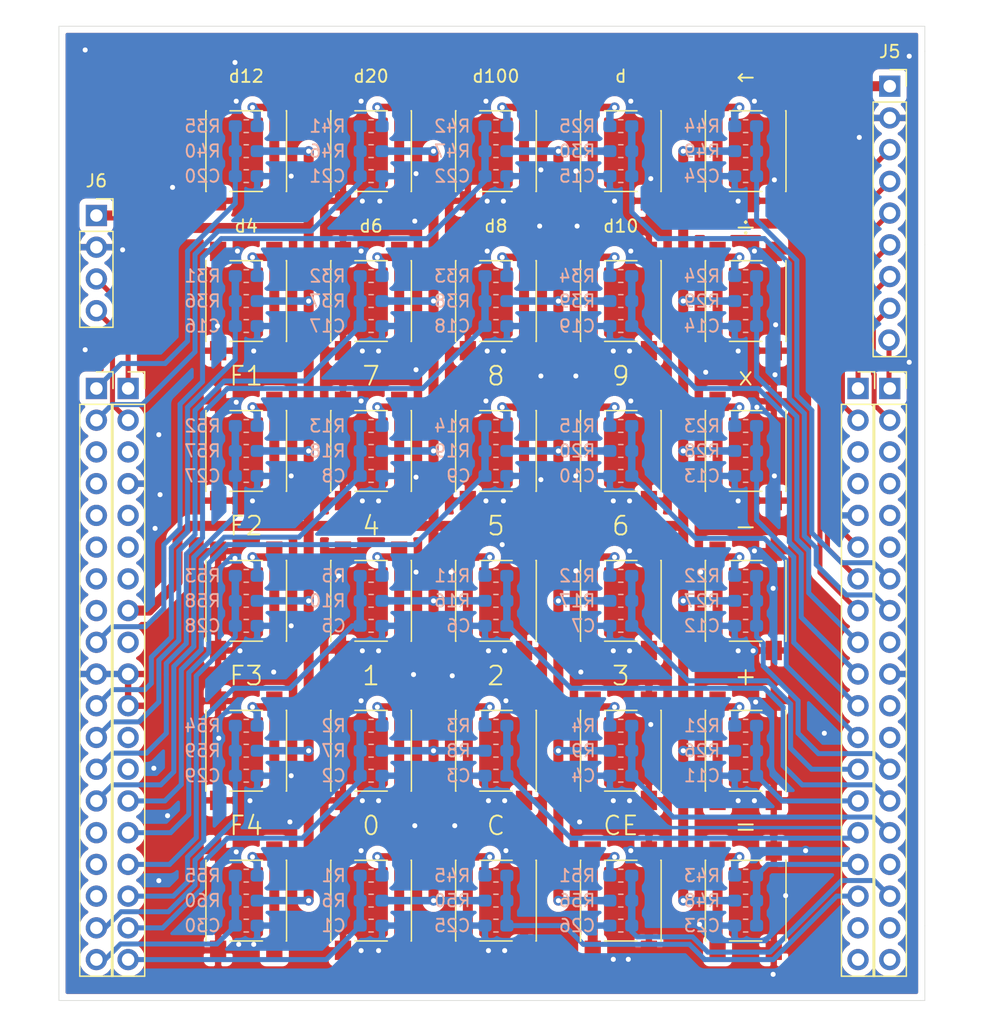
<source format=kicad_pcb>
(kicad_pcb (version 20171130) (host pcbnew 5.1.6-c6e7f7d~87~ubuntu18.04.1)
  (layers (0 F.Cu signal) (31 B.Cu signal) (34 B.Paste user) (35 F.Paste user) (36 B.SilkS user) (37 F.SilkS user) (38 B.Mask user) (39 F.Mask user) (44 Edge.Cuts user))
  (net 0 "")
  (net 1 GND)
  (net 2 KEY_0)
  (net 3 KEY_1)
  (net 4 KEY_2)
  (net 5 KEY_3)
  (net 6 KEY_4)
  (net 7 KEY_5)
  (net 8 KEY_6)
  (net 9 KEY_7)
  (net 10 KEY_8)
  (net 11 KEY_9)
  (net 12 KEY_PLUS)
  (net 13 KEY_MINUS)
  (net 14 KEY_TIMES)
  (net 15 KEY_DIV)
  (net 16 KEY_D)
  (net 17 KEY_D4)
  (net 18 KEY_D6)
  (net 19 KEY_D8)
  (net 20 KEY_D10)
  (net 21 KEY_D12)
  (net 22 KEY_D20)
  (net 23 KEY_D100)
  (net 24 KEY_ENTER)
  (net 25 KEY_BKSPC)
  (net 26 KEY_CLRLN)
  (net 27 KEY_CLRALL)
  (net 28 KEY_F1)
  (net 29 KEY_F2)
  (net 30 KEY_F3)
  (net 31 KEY_F4)
  (net 32 VCC)
  (net 33 "Net-(J1-Pad5)")
  (net 34 "Net-(J1-Pad6)")
  (net 35 "Net-(J1-Pad15)")
  (net 36 "Net-(J1-Pad16)")
  (net 37 "Net-(J1-Pad17)")
  (net 38 "Net-(J2-Pad13)")
  (net 39 "Net-(J2-Pad12)")
  (net 40 "Net-(J2-Pad9)")
  (net 41 "Net-(J2-Pad7)")
  (net 42 "Net-(J2-Pad6)")
  (net 43 "Net-(J2-Pad5)")
  (net 44 "Net-(J2-Pad3)")
  (net 45 "Net-(J3-Pad3)")
  (net 46 "Net-(J3-Pad4)")
  (net 47 "Net-(J4-Pad19)")
  (net 48 "Net-(J4-Pad18)")
  (net 49 "Net-(J4-Pad16)")
  (net 50 "Net-(J4-Pad9)")
  (net 51 "Net-(J4-Pad5)")
  (net 52 "Net-(J4-Pad4)")
  (net 53 "Net-(R1-Pad2)")
  (net 54 "Net-(R2-Pad2)")
  (net 55 "Net-(R3-Pad2)")
  (net 56 "Net-(R4-Pad2)")
  (net 57 "Net-(R5-Pad2)")
  (net 58 "Net-(R11-Pad2)")
  (net 59 "Net-(R12-Pad2)")
  (net 60 "Net-(R13-Pad2)")
  (net 61 "Net-(R14-Pad2)")
  (net 62 "Net-(R15-Pad2)")
  (net 63 "Net-(R21-Pad2)")
  (net 64 "Net-(R22-Pad2)")
  (net 65 "Net-(R23-Pad2)")
  (net 66 "Net-(R24-Pad2)")
  (net 67 "Net-(R25-Pad2)")
  (net 68 "Net-(R31-Pad2)")
  (net 69 "Net-(R32-Pad2)")
  (net 70 "Net-(R33-Pad2)")
  (net 71 "Net-(R34-Pad2)")
  (net 72 "Net-(R35-Pad2)")
  (net 73 "Net-(R41-Pad2)")
  (net 74 "Net-(R42-Pad2)")
  (net 75 "Net-(R43-Pad2)")
  (net 76 "Net-(R44-Pad2)")
  (net 77 "Net-(R45-Pad2)")
  (net 78 "Net-(R51-Pad2)")
  (net 79 "Net-(R52-Pad2)")
  (net 80 "Net-(R53-Pad2)")
  (net 81 "Net-(R54-Pad2)")
  (net 82 "Net-(R55-Pad2)")
  (net 83 "Net-(J1-Pad3)")
  (net 84 SCK)
  (net 85 MISO)
  (net 86 MOSI)
  (net 87 EPD_CS)
  (net 88 EPD_DC)
  (net 89 EPD_RST)
  (net 90 EPD_BUSY)
  (net 91 "Net-(J1-Pad4)")
  (net 92 "Net-(J1-Pad7)")
  (net 93 "Net-(J1-Pad8)")
  (net 94 ENT_ENABLE)
  (net 95 ENT)
  (net 96 "Net-(J3-Pad18)")
  (net 97 "Net-(J3-Pad19)")
  (net 98 "Net-(J4-Pad12)")
  (net 99 "Net-(J4-Pad11)")
  (net 100 "Net-(J4-Pad6)")
  (net 101 "Net-(J4-Pad3)")
  (module Button_Switch_SMD:SW_Push_1P1T_NO_6x6mm_H9.5mm (layer F.Cu) (at 118.9 141.1 270)
    (fp_text reference SW11 hide)
    (fp_text value SW_Push)
    (pad 2 smd rect (at 3.975 2.25 270) (size 1.55 1.3) (layers F.Cu F.Paste F.Mask) (net 63 "Net-(R21-Pad2)"))
    (pad 1 smd rect (at 3.975 -2.25 270) (size 1.55 1.3) (layers F.Cu F.Paste F.Mask) (net 1 GND))
    (pad 1 smd rect (at -3.975 -2.25 270) (size 1.55 1.3) (layers F.Cu F.Paste F.Mask) (net 1 GND))
    (pad 2 smd rect (at -3.975 2.25 270) (size 1.55 1.3) (layers F.Cu F.Paste F.Mask) (net 63 "Net-(R21-Pad2)"))
  )
  (module Capacitor_SMD:C_0603_1608Metric_Pad1.05x0.95mm_HandSolder (layer B.Cu) (at 88.9 155.1)
    (fp_text reference C1 (at -3 0) (layer B.SilkS) (effects (justify mirror)))
    (fp_text value 0.1u)
    (pad 2 smd roundrect (at 0.875 0) (size 1.05 0.95) (layers B.Cu B.Paste B.Mask) (net 1 GND))
    (pad 1 smd roundrect (at -0.875 0) (size 1.05 0.95) (layers B.Cu B.Paste B.Mask) (net 2 KEY_0))
  )
  (module Capacitor_SMD:C_0603_1608Metric_Pad1.05x0.95mm_HandSolder (layer B.Cu) (at 88.9 143.1)
    (fp_text reference C2 (at -3 0) (layer B.SilkS) (effects (justify mirror)))
    (fp_text value 0.1u)
    (pad 1 smd roundrect (at -0.875 0) (size 1.05 0.95) (layers B.Cu B.Paste B.Mask) (net 3 KEY_1))
    (pad 2 smd roundrect (at 0.875 0) (size 1.05 0.95) (layers B.Cu B.Paste B.Mask) (net 1 GND))
  )
  (module Capacitor_SMD:C_0603_1608Metric_Pad1.05x0.95mm_HandSolder (layer B.Cu) (at 98.9 143.1 180)
    (fp_text reference C3 (at 3 0) (layer B.SilkS) (effects (justify mirror)))
    (fp_text value 0.1u)
    (pad 1 smd roundrect (at -0.875 0 180) (size 1.05 0.95) (layers B.Cu B.Paste B.Mask) (net 4 KEY_2))
    (pad 2 smd roundrect (at 0.875 0 180) (size 1.05 0.95) (layers B.Cu B.Paste B.Mask) (net 1 GND))
  )
  (module Capacitor_SMD:C_0603_1608Metric_Pad1.05x0.95mm_HandSolder (layer B.Cu) (at 108.9 143.1 180)
    (fp_text reference C4 (at 3 0) (layer B.SilkS) (effects (justify mirror)))
    (fp_text value 0.1u)
    (pad 1 smd roundrect (at -0.875 0 180) (size 1.05 0.95) (layers B.Cu B.Paste B.Mask) (net 5 KEY_3))
    (pad 2 smd roundrect (at 0.875 0 180) (size 1.05 0.95) (layers B.Cu B.Paste B.Mask) (net 1 GND))
  )
  (module Capacitor_SMD:C_0603_1608Metric_Pad1.05x0.95mm_HandSolder (layer B.Cu) (at 88.9 131.1)
    (fp_text reference C5 (at -3 0) (layer B.SilkS) (effects (justify mirror)))
    (fp_text value 0.1u)
    (pad 1 smd roundrect (at -0.875 0) (size 1.05 0.95) (layers B.Cu B.Paste B.Mask) (net 6 KEY_4))
    (pad 2 smd roundrect (at 0.875 0) (size 1.05 0.95) (layers B.Cu B.Paste B.Mask) (net 1 GND))
  )
  (module Capacitor_SMD:C_0603_1608Metric_Pad1.05x0.95mm_HandSolder (layer B.Cu) (at 98.9 131.1 180)
    (fp_text reference C6 (at 3 0) (layer B.SilkS) (effects (justify mirror)))
    (fp_text value 0.1u)
    (pad 1 smd roundrect (at -0.875 0 180) (size 1.05 0.95) (layers B.Cu B.Paste B.Mask) (net 7 KEY_5))
    (pad 2 smd roundrect (at 0.875 0 180) (size 1.05 0.95) (layers B.Cu B.Paste B.Mask) (net 1 GND))
  )
  (module Capacitor_SMD:C_0603_1608Metric_Pad1.05x0.95mm_HandSolder (layer B.Cu) (at 108.9 131.1 180)
    (fp_text reference C7 (at 3 0) (layer B.SilkS) (effects (justify mirror)))
    (fp_text value 0.1u)
    (pad 1 smd roundrect (at -0.875 0 180) (size 1.05 0.95) (layers B.Cu B.Paste B.Mask) (net 8 KEY_6))
    (pad 2 smd roundrect (at 0.875 0 180) (size 1.05 0.95) (layers B.Cu B.Paste B.Mask) (net 1 GND))
  )
  (module Capacitor_SMD:C_0603_1608Metric_Pad1.05x0.95mm_HandSolder (layer B.Cu) (at 88.9 119.1)
    (fp_text reference C8 (at -3 0) (layer B.SilkS) (effects (justify mirror)))
    (fp_text value 0.1u)
    (pad 1 smd roundrect (at -0.875 0) (size 1.05 0.95) (layers B.Cu B.Paste B.Mask) (net 9 KEY_7))
    (pad 2 smd roundrect (at 0.875 0) (size 1.05 0.95) (layers B.Cu B.Paste B.Mask) (net 1 GND))
  )
  (module Capacitor_SMD:C_0603_1608Metric_Pad1.05x0.95mm_HandSolder (layer B.Cu) (at 98.9 119.1)
    (fp_text reference C9 (at -3 0) (layer B.SilkS) (effects (justify mirror)))
    (fp_text value 0.1u)
    (pad 2 smd roundrect (at 0.875 0) (size 1.05 0.95) (layers B.Cu B.Paste B.Mask) (net 1 GND))
    (pad 1 smd roundrect (at -0.875 0) (size 1.05 0.95) (layers B.Cu B.Paste B.Mask) (net 10 KEY_8))
  )
  (module Capacitor_SMD:C_0603_1608Metric_Pad1.05x0.95mm_HandSolder (layer B.Cu) (at 108.9 119.1 180)
    (fp_text reference C10 (at 3.5 0) (layer B.SilkS) (effects (justify mirror)))
    (fp_text value 0.1u)
    (pad 2 smd roundrect (at 0.875 0 180) (size 1.05 0.95) (layers B.Cu B.Paste B.Mask) (net 1 GND))
    (pad 1 smd roundrect (at -0.875 0 180) (size 1.05 0.95) (layers B.Cu B.Paste B.Mask) (net 11 KEY_9))
  )
  (module Capacitor_SMD:C_0603_1608Metric_Pad1.05x0.95mm_HandSolder (layer B.Cu) (at 118.9 143.1 180)
    (fp_text reference C11 (at 3.5 0) (layer B.SilkS) (effects (justify mirror)))
    (fp_text value 0.1u)
    (pad 2 smd roundrect (at 0.875 0 180) (size 1.05 0.95) (layers B.Cu B.Paste B.Mask) (net 1 GND))
    (pad 1 smd roundrect (at -0.875 0 180) (size 1.05 0.95) (layers B.Cu B.Paste B.Mask) (net 12 KEY_PLUS))
  )
  (module Capacitor_SMD:C_0603_1608Metric_Pad1.05x0.95mm_HandSolder (layer B.Cu) (at 118.9 131.1 180)
    (fp_text reference C12 (at 3.5 0) (layer B.SilkS) (effects (justify mirror)))
    (fp_text value 0.1u)
    (pad 2 smd roundrect (at 0.875 0 180) (size 1.05 0.95) (layers B.Cu B.Paste B.Mask) (net 1 GND))
    (pad 1 smd roundrect (at -0.875 0 180) (size 1.05 0.95) (layers B.Cu B.Paste B.Mask) (net 13 KEY_MINUS))
  )
  (module Capacitor_SMD:C_0603_1608Metric_Pad1.05x0.95mm_HandSolder (layer B.Cu) (at 118.9 119.1 180)
    (fp_text reference C13 (at 3.5 0) (layer B.SilkS) (effects (justify mirror)))
    (fp_text value 0.1u)
    (pad 1 smd roundrect (at -0.875 0 180) (size 1.05 0.95) (layers B.Cu B.Paste B.Mask) (net 14 KEY_TIMES))
    (pad 2 smd roundrect (at 0.875 0 180) (size 1.05 0.95) (layers B.Cu B.Paste B.Mask) (net 1 GND))
  )
  (module Capacitor_SMD:C_0603_1608Metric_Pad1.05x0.95mm_HandSolder (layer B.Cu) (at 118.9 107.1 180)
    (fp_text reference C14 (at 3.5 0) (layer B.SilkS) (effects (justify mirror)))
    (fp_text value 0.1u)
    (pad 2 smd roundrect (at 0.875 0 180) (size 1.05 0.95) (layers B.Cu B.Paste B.Mask) (net 1 GND))
    (pad 1 smd roundrect (at -0.875 0 180) (size 1.05 0.95) (layers B.Cu B.Paste B.Mask) (net 15 KEY_DIV))
  )
  (module Capacitor_SMD:C_0603_1608Metric_Pad1.05x0.95mm_HandSolder (layer B.Cu) (at 108.9 95.1 180)
    (fp_text reference C15 (at 3.5 0) (layer B.SilkS) (effects (justify mirror)))
    (fp_text value 0.1u)
    (pad 1 smd roundrect (at -0.875 0 180) (size 1.05 0.95) (layers B.Cu B.Paste B.Mask) (net 16 KEY_D))
    (pad 2 smd roundrect (at 0.875 0 180) (size 1.05 0.95) (layers B.Cu B.Paste B.Mask) (net 1 GND))
  )
  (module Capacitor_SMD:C_0603_1608Metric_Pad1.05x0.95mm_HandSolder (layer B.Cu) (at 78.9 107.1)
    (fp_text reference C16 (at -3.5 0) (layer B.SilkS) (effects (justify mirror)))
    (fp_text value 0.1u)
    (pad 1 smd roundrect (at -0.875 0) (size 1.05 0.95) (layers B.Cu B.Paste B.Mask) (net 17 KEY_D4))
    (pad 2 smd roundrect (at 0.875 0) (size 1.05 0.95) (layers B.Cu B.Paste B.Mask) (net 1 GND))
  )
  (module Capacitor_SMD:C_0603_1608Metric_Pad1.05x0.95mm_HandSolder (layer B.Cu) (at 88.9 107.1)
    (fp_text reference C17 (at -3.5 0) (layer B.SilkS) (effects (justify mirror)))
    (fp_text value 0.1u)
    (pad 1 smd roundrect (at -0.875 0) (size 1.05 0.95) (layers B.Cu B.Paste B.Mask) (net 18 KEY_D6))
    (pad 2 smd roundrect (at 0.875 0) (size 1.05 0.95) (layers B.Cu B.Paste B.Mask) (net 1 GND))
  )
  (module Capacitor_SMD:C_0603_1608Metric_Pad1.05x0.95mm_HandSolder (layer B.Cu) (at 98.9 107.1)
    (fp_text reference C18 (at -3.5 0) (layer B.SilkS) (effects (justify mirror)))
    (fp_text value 0.1u)
    (pad 2 smd roundrect (at 0.875 0) (size 1.05 0.95) (layers B.Cu B.Paste B.Mask) (net 1 GND))
    (pad 1 smd roundrect (at -0.875 0) (size 1.05 0.95) (layers B.Cu B.Paste B.Mask) (net 19 KEY_D8))
  )
  (module Capacitor_SMD:C_0603_1608Metric_Pad1.05x0.95mm_HandSolder (layer B.Cu) (at 108.9 107.1 180)
    (fp_text reference C19 (at 3.5 0) (layer B.SilkS) (effects (justify mirror)))
    (fp_text value 0.1u)
    (pad 1 smd roundrect (at -0.875 0 180) (size 1.05 0.95) (layers B.Cu B.Paste B.Mask) (net 20 KEY_D10))
    (pad 2 smd roundrect (at 0.875 0 180) (size 1.05 0.95) (layers B.Cu B.Paste B.Mask) (net 1 GND))
  )
  (module Capacitor_SMD:C_0603_1608Metric_Pad1.05x0.95mm_HandSolder (layer B.Cu) (at 78.9 95.1)
    (fp_text reference C20 (at -3.5 0) (layer B.SilkS) (effects (justify mirror)))
    (fp_text value 0.1u)
    (pad 2 smd roundrect (at 0.875 0) (size 1.05 0.95) (layers B.Cu B.Paste B.Mask) (net 1 GND))
    (pad 1 smd roundrect (at -0.875 0) (size 1.05 0.95) (layers B.Cu B.Paste B.Mask) (net 21 KEY_D12))
  )
  (module Capacitor_SMD:C_0603_1608Metric_Pad1.05x0.95mm_HandSolder (layer B.Cu) (at 88.9 95.1)
    (fp_text reference C21 (at -3.5 0) (layer B.SilkS) (effects (justify mirror)))
    (fp_text value 0.1u)
    (pad 2 smd roundrect (at 0.875 0) (size 1.05 0.95) (layers B.Cu B.Paste B.Mask) (net 1 GND))
    (pad 1 smd roundrect (at -0.875 0) (size 1.05 0.95) (layers B.Cu B.Paste B.Mask) (net 22 KEY_D20))
  )
  (module Capacitor_SMD:C_0603_1608Metric_Pad1.05x0.95mm_HandSolder (layer B.Cu) (at 98.9 95.1)
    (fp_text reference C22 (at -3.5 0) (layer B.SilkS) (effects (justify mirror)))
    (fp_text value 0.1u)
    (pad 1 smd roundrect (at -0.875 0) (size 1.05 0.95) (layers B.Cu B.Paste B.Mask) (net 23 KEY_D100))
    (pad 2 smd roundrect (at 0.875 0) (size 1.05 0.95) (layers B.Cu B.Paste B.Mask) (net 1 GND))
  )
  (module Capacitor_SMD:C_0603_1608Metric_Pad1.05x0.95mm_HandSolder (layer B.Cu) (at 118.9 155.1 180)
    (fp_text reference C23 (at 3.5 0) (layer B.SilkS) (effects (justify mirror)))
    (fp_text value 0.1u)
    (pad 1 smd roundrect (at -0.875 0 180) (size 1.05 0.95) (layers B.Cu B.Paste B.Mask) (net 24 KEY_ENTER))
    (pad 2 smd roundrect (at 0.875 0 180) (size 1.05 0.95) (layers B.Cu B.Paste B.Mask) (net 1 GND))
  )
  (module Capacitor_SMD:C_0603_1608Metric_Pad1.05x0.95mm_HandSolder (layer B.Cu) (at 118.9 95.1 180)
    (fp_text reference C24 (at 3.5 0) (layer B.SilkS) (effects (justify mirror)))
    (fp_text value 0.1u)
    (pad 1 smd roundrect (at -0.875 0 180) (size 1.05 0.95) (layers B.Cu B.Paste B.Mask) (net 25 KEY_BKSPC))
    (pad 2 smd roundrect (at 0.875 0 180) (size 1.05 0.95) (layers B.Cu B.Paste B.Mask) (net 1 GND))
  )
  (module Capacitor_SMD:C_0603_1608Metric_Pad1.05x0.95mm_HandSolder (layer B.Cu) (at 98.9 155.1 180)
    (fp_text reference C25 (at 3.5 0) (layer B.SilkS) (effects (justify mirror)))
    (fp_text value 0.1u)
    (pad 2 smd roundrect (at 0.875 0 180) (size 1.05 0.95) (layers B.Cu B.Paste B.Mask) (net 1 GND))
    (pad 1 smd roundrect (at -0.875 0 180) (size 1.05 0.95) (layers B.Cu B.Paste B.Mask) (net 26 KEY_CLRLN))
  )
  (module Capacitor_SMD:C_0603_1608Metric_Pad1.05x0.95mm_HandSolder (layer B.Cu) (at 108.9 155.1 180)
    (fp_text reference C26 (at 3.5 0) (layer B.SilkS) (effects (justify mirror)))
    (fp_text value 0.1u)
    (pad 2 smd roundrect (at 0.875 0 180) (size 1.05 0.95) (layers B.Cu B.Paste B.Mask) (net 1 GND))
    (pad 1 smd roundrect (at -0.875 0 180) (size 1.05 0.95) (layers B.Cu B.Paste B.Mask) (net 27 KEY_CLRALL))
  )
  (module Capacitor_SMD:C_0603_1608Metric_Pad1.05x0.95mm_HandSolder (layer B.Cu) (at 78.9 119.1)
    (fp_text reference C27 (at -3.5 0) (layer B.SilkS) (effects (justify mirror)))
    (fp_text value 0.1u)
    (pad 2 smd roundrect (at 0.875 0) (size 1.05 0.95) (layers B.Cu B.Paste B.Mask) (net 1 GND))
    (pad 1 smd roundrect (at -0.875 0) (size 1.05 0.95) (layers B.Cu B.Paste B.Mask) (net 28 KEY_F1))
  )
  (module Capacitor_SMD:C_0603_1608Metric_Pad1.05x0.95mm_HandSolder (layer B.Cu) (at 78.9 131.1)
    (fp_text reference C28 (at -3.5 0) (layer B.SilkS) (effects (justify mirror)))
    (fp_text value 0.1u)
    (pad 2 smd roundrect (at 0.875 0) (size 1.05 0.95) (layers B.Cu B.Paste B.Mask) (net 1 GND))
    (pad 1 smd roundrect (at -0.875 0) (size 1.05 0.95) (layers B.Cu B.Paste B.Mask) (net 29 KEY_F2))
  )
  (module Capacitor_SMD:C_0603_1608Metric_Pad1.05x0.95mm_HandSolder (layer B.Cu) (at 78.9 143.1)
    (fp_text reference C29 (at -3.5 0) (layer B.SilkS) (effects (justify mirror)))
    (fp_text value 0.1u)
    (pad 2 smd roundrect (at 0.875 0) (size 1.05 0.95) (layers B.Cu B.Paste B.Mask) (net 1 GND))
    (pad 1 smd roundrect (at -0.875 0) (size 1.05 0.95) (layers B.Cu B.Paste B.Mask) (net 30 KEY_F3))
  )
  (module Capacitor_SMD:C_0603_1608Metric_Pad1.05x0.95mm_HandSolder (layer B.Cu) (at 78.9 155.1)
    (fp_text reference C30 (at -3.5 0) (layer B.SilkS) (effects (justify mirror)))
    (fp_text value 0.1u)
    (pad 2 smd roundrect (at 0.875 0) (size 1.05 0.95) (layers B.Cu B.Paste B.Mask) (net 1 GND))
    (pad 1 smd roundrect (at -0.875 0) (size 1.05 0.95) (layers B.Cu B.Paste B.Mask) (net 31 KEY_F4))
  )
  (module Connector_PinSocket_2.54mm:PinSocket_1x19_P2.54mm_Vertical (layer F.Cu) (at 66.9 112.1)
    (fp_text reference J1 hide)
    (fp_text value Conn_01x19_Female)
    (pad 1 thru_hole rect (at 0 0) (size 1.7 1.7) (drill 1) (layers *.Cu *.Mask) (net 21 KEY_D12))
    (pad 2 thru_hole oval (at 0 2.54) (size 1.7 1.7) (drill 1) (layers *.Cu *.Mask) (net 22 KEY_D20))
    (pad 3 thru_hole oval (at 0 5.08) (size 1.7 1.7) (drill 1) (layers *.Cu *.Mask) (net 83 "Net-(J1-Pad3)"))
    (pad 4 thru_hole oval (at 0 7.62) (size 1.7 1.7) (drill 1) (layers *.Cu *.Mask) (net 91 "Net-(J1-Pad4)"))
    (pad 5 thru_hole oval (at 0 10.16) (size 1.7 1.7) (drill 1) (layers *.Cu *.Mask) (net 33 "Net-(J1-Pad5)"))
    (pad 6 thru_hole oval (at 0 12.7) (size 1.7 1.7) (drill 1) (layers *.Cu *.Mask) (net 34 "Net-(J1-Pad6)"))
    (pad 7 thru_hole oval (at 0 15.24) (size 1.7 1.7) (drill 1) (layers *.Cu *.Mask) (net 92 "Net-(J1-Pad7)"))
    (pad 8 thru_hole oval (at 0 17.78) (size 1.7 1.7) (drill 1) (layers *.Cu *.Mask) (net 93 "Net-(J1-Pad8)"))
    (pad 9 thru_hole oval (at 0 20.32) (size 1.7 1.7) (drill 1) (layers *.Cu *.Mask) (net 23 KEY_D100))
    (pad 10 thru_hole oval (at 0 22.86) (size 1.7 1.7) (drill 1) (layers *.Cu *.Mask) (net 1 GND))
    (pad 11 thru_hole oval (at 0 25.4) (size 1.7 1.7) (drill 1) (layers *.Cu *.Mask) (net 17 KEY_D4))
    (pad 12 thru_hole oval (at 0 27.94) (size 1.7 1.7) (drill 1) (layers *.Cu *.Mask) (net 18 KEY_D6))
    (pad 13 thru_hole oval (at 0 30.48) (size 1.7 1.7) (drill 1) (layers *.Cu *.Mask) (net 19 KEY_D8))
    (pad 14 thru_hole oval (at 0 33.02) (size 1.7 1.7) (drill 1) (layers *.Cu *.Mask) (net 28 KEY_F1))
    (pad 15 thru_hole oval (at 0 35.56) (size 1.7 1.7) (drill 1) (layers *.Cu *.Mask) (net 35 "Net-(J1-Pad15)"))
    (pad 16 thru_hole oval (at 0 38.1) (size 1.7 1.7) (drill 1) (layers *.Cu *.Mask) (net 36 "Net-(J1-Pad16)"))
    (pad 17 thru_hole oval (at 0 40.64) (size 1.7 1.7) (drill 1) (layers *.Cu *.Mask) (net 37 "Net-(J1-Pad17)"))
    (pad 18 thru_hole oval (at 0 43.18) (size 1.7 1.7) (drill 1) (layers *.Cu *.Mask) (net 30 KEY_F3))
    (pad 19 thru_hole oval (at 0 45.72) (size 1.7 1.7) (drill 1) (layers *.Cu *.Mask) (net 31 KEY_F4))
  )
  (module Connector_PinSocket_2.54mm:PinSocket_1x19_P2.54mm_Vertical (layer F.Cu) (at 69.44 112.1)
    (fp_text reference J2 hide)
    (fp_text value Conn_01x19_Female)
    (pad 19 thru_hole oval (at 0 45.72) (size 1.7 1.7) (drill 1) (layers *.Cu *.Mask) (net 2 KEY_0))
    (pad 18 thru_hole oval (at 0 43.18) (size 1.7 1.7) (drill 1) (layers *.Cu *.Mask) (net 3 KEY_1))
    (pad 17 thru_hole oval (at 0 40.64) (size 1.7 1.7) (drill 1) (layers *.Cu *.Mask) (net 6 KEY_4))
    (pad 16 thru_hole oval (at 0 38.1) (size 1.7 1.7) (drill 1) (layers *.Cu *.Mask) (net 29 KEY_F2))
    (pad 15 thru_hole oval (at 0 35.56) (size 1.7 1.7) (drill 1) (layers *.Cu *.Mask) (net 10 KEY_8))
    (pad 14 thru_hole oval (at 0 33.02) (size 1.7 1.7) (drill 1) (layers *.Cu *.Mask) (net 9 KEY_7))
    (pad 13 thru_hole oval (at 0 30.48) (size 1.7 1.7) (drill 1) (layers *.Cu *.Mask) (net 38 "Net-(J2-Pad13)"))
    (pad 12 thru_hole oval (at 0 27.94) (size 1.7 1.7) (drill 1) (layers *.Cu *.Mask) (net 39 "Net-(J2-Pad12)"))
    (pad 11 thru_hole oval (at 0 25.4) (size 1.7 1.7) (drill 1) (layers *.Cu *.Mask) (net 1 GND))
    (pad 10 thru_hole oval (at 0 22.86) (size 1.7 1.7) (drill 1) (layers *.Cu *.Mask) (net 1 GND))
    (pad 9 thru_hole oval (at 0 20.32) (size 1.7 1.7) (drill 1) (layers *.Cu *.Mask) (net 40 "Net-(J2-Pad9)"))
    (pad 8 thru_hole oval (at 0 17.78) (size 1.7 1.7) (drill 1) (layers *.Cu *.Mask) (net 32 VCC))
    (pad 7 thru_hole oval (at 0 15.24) (size 1.7 1.7) (drill 1) (layers *.Cu *.Mask) (net 41 "Net-(J2-Pad7)"))
    (pad 6 thru_hole oval (at 0 12.7) (size 1.7 1.7) (drill 1) (layers *.Cu *.Mask) (net 42 "Net-(J2-Pad6)"))
    (pad 5 thru_hole oval (at 0 10.16) (size 1.7 1.7) (drill 1) (layers *.Cu *.Mask) (net 43 "Net-(J2-Pad5)"))
    (pad 4 thru_hole oval (at 0 7.62) (size 1.7 1.7) (drill 1) (layers *.Cu *.Mask) (net 1 GND))
    (pad 3 thru_hole oval (at 0 5.08) (size 1.7 1.7) (drill 1) (layers *.Cu *.Mask) (net 44 "Net-(J2-Pad3)"))
    (pad 2 thru_hole oval (at 0 2.54) (size 1.7 1.7) (drill 1) (layers *.Cu *.Mask) (net 95 ENT))
    (pad 1 thru_hole rect (at 0 0) (size 1.7 1.7) (drill 1) (layers *.Cu *.Mask) (net 94 ENT_ENABLE))
  )
  (module Connector_PinSocket_2.54mm:PinSocket_1x19_P2.54mm_Vertical (layer F.Cu) (at 127.9 112.1)
    (fp_text reference J3 hide)
    (fp_text value Conn_01x19_Female)
    (pad 1 thru_hole rect (at 0 0) (size 1.7 1.7) (drill 1) (layers *.Cu *.Mask) (net 90 EPD_BUSY))
    (pad 2 thru_hole oval (at 0 2.54) (size 1.7 1.7) (drill 1) (layers *.Cu *.Mask) (net 89 EPD_RST))
    (pad 3 thru_hole oval (at 0 5.08) (size 1.7 1.7) (drill 1) (layers *.Cu *.Mask) (net 45 "Net-(J3-Pad3)"))
    (pad 4 thru_hole oval (at 0 7.62) (size 1.7 1.7) (drill 1) (layers *.Cu *.Mask) (net 46 "Net-(J3-Pad4)"))
    (pad 5 thru_hole oval (at 0 10.16) (size 1.7 1.7) (drill 1) (layers *.Cu *.Mask) (net 1 GND))
    (pad 6 thru_hole oval (at 0 12.7) (size 1.7 1.7) (drill 1) (layers *.Cu *.Mask) (net 84 SCK))
    (pad 7 thru_hole oval (at 0 15.24) (size 1.7 1.7) (drill 1) (layers *.Cu *.Mask) (net 85 MISO))
    (pad 8 thru_hole oval (at 0 17.78) (size 1.7 1.7) (drill 1) (layers *.Cu *.Mask) (net 86 MOSI))
    (pad 9 thru_hole oval (at 0 20.32) (size 1.7 1.7) (drill 1) (layers *.Cu *.Mask) (net 15 KEY_DIV))
    (pad 10 thru_hole oval (at 0 22.86) (size 1.7 1.7) (drill 1) (layers *.Cu *.Mask) (net 20 KEY_D10))
    (pad 11 thru_hole oval (at 0 25.4) (size 1.7 1.7) (drill 1) (layers *.Cu *.Mask) (net 14 KEY_TIMES))
    (pad 12 thru_hole oval (at 0 27.94) (size 1.7 1.7) (drill 1) (layers *.Cu *.Mask) (net 11 KEY_9))
    (pad 13 thru_hole oval (at 0 30.48) (size 1.7 1.7) (drill 1) (layers *.Cu *.Mask) (net 8 KEY_6))
    (pad 14 thru_hole oval (at 0 33.02) (size 1.7 1.7) (drill 1) (layers *.Cu *.Mask) (net 12 KEY_PLUS))
    (pad 15 thru_hole oval (at 0 35.56) (size 1.7 1.7) (drill 1) (layers *.Cu *.Mask) (net 4 KEY_2))
    (pad 16 thru_hole oval (at 0 38.1) (size 1.7 1.7) (drill 1) (layers *.Cu *.Mask) (net 24 KEY_ENTER))
    (pad 17 thru_hole oval (at 0 40.64) (size 1.7 1.7) (drill 1) (layers *.Cu *.Mask) (net 26 KEY_CLRLN))
    (pad 18 thru_hole oval (at 0 43.18) (size 1.7 1.7) (drill 1) (layers *.Cu *.Mask) (net 96 "Net-(J3-Pad18)"))
    (pad 19 thru_hole oval (at 0 45.72) (size 1.7 1.7) (drill 1) (layers *.Cu *.Mask) (net 97 "Net-(J3-Pad19)"))
  )
  (module Connector_PinSocket_2.54mm:PinSocket_1x19_P2.54mm_Vertical (layer F.Cu) (at 130.44 112.1)
    (fp_text reference J4 hide)
    (fp_text value Conn_01x19_Female)
    (pad 19 thru_hole oval (at 0 45.72) (size 1.7 1.7) (drill 1) (layers *.Cu *.Mask) (net 47 "Net-(J4-Pad19)"))
    (pad 18 thru_hole oval (at 0 43.18) (size 1.7 1.7) (drill 1) (layers *.Cu *.Mask) (net 48 "Net-(J4-Pad18)"))
    (pad 17 thru_hole oval (at 0 40.64) (size 1.7 1.7) (drill 1) (layers *.Cu *.Mask) (net 27 KEY_CLRALL))
    (pad 16 thru_hole oval (at 0 38.1) (size 1.7 1.7) (drill 1) (layers *.Cu *.Mask) (net 49 "Net-(J4-Pad16)"))
    (pad 15 thru_hole oval (at 0 35.56) (size 1.7 1.7) (drill 1) (layers *.Cu *.Mask) (net 5 KEY_3))
    (pad 14 thru_hole oval (at 0 33.02) (size 1.7 1.7) (drill 1) (layers *.Cu *.Mask) (net 7 KEY_5))
    (pad 13 thru_hole oval (at 0 30.48) (size 1.7 1.7) (drill 1) (layers *.Cu *.Mask) (net 13 KEY_MINUS))
    (pad 12 thru_hole oval (at 0 27.94) (size 1.7 1.7) (drill 1) (layers *.Cu *.Mask) (net 98 "Net-(J4-Pad12)"))
    (pad 11 thru_hole oval (at 0 25.4) (size 1.7 1.7) (drill 1) (layers *.Cu *.Mask) (net 99 "Net-(J4-Pad11)"))
    (pad 10 thru_hole oval (at 0 22.86) (size 1.7 1.7) (drill 1) (layers *.Cu *.Mask) (net 1 GND))
    (pad 9 thru_hole oval (at 0 20.32) (size 1.7 1.7) (drill 1) (layers *.Cu *.Mask) (net 50 "Net-(J4-Pad9)"))
    (pad 8 thru_hole oval (at 0 17.78) (size 1.7 1.7) (drill 1) (layers *.Cu *.Mask) (net 16 KEY_D))
    (pad 7 thru_hole oval (at 0 15.24) (size 1.7 1.7) (drill 1) (layers *.Cu *.Mask) (net 25 KEY_BKSPC))
    (pad 6 thru_hole oval (at 0 12.7) (size 1.7 1.7) (drill 1) (layers *.Cu *.Mask) (net 100 "Net-(J4-Pad6)"))
    (pad 5 thru_hole oval (at 0 10.16) (size 1.7 1.7) (drill 1) (layers *.Cu *.Mask) (net 51 "Net-(J4-Pad5)"))
    (pad 4 thru_hole oval (at 0 7.62) (size 1.7 1.7) (drill 1) (layers *.Cu *.Mask) (net 52 "Net-(J4-Pad4)"))
    (pad 3 thru_hole oval (at 0 5.08) (size 1.7 1.7) (drill 1) (layers *.Cu *.Mask) (net 101 "Net-(J4-Pad3)"))
    (pad 2 thru_hole oval (at 0 2.54) (size 1.7 1.7) (drill 1) (layers *.Cu *.Mask) (net 88 EPD_DC))
    (pad 1 thru_hole rect (at 0 0) (size 1.7 1.7) (drill 1) (layers *.Cu *.Mask) (net 87 EPD_CS))
  )
  (module Resistor_SMD:R_0603_1608Metric_Pad1.05x0.95mm_HandSolder (layer B.Cu) (at 88.9 151.1)
    (fp_text reference R1 (at -3 0) (layer B.SilkS) (effects (justify mirror)))
    (fp_text value 1k)
    (pad 2 smd roundrect (at 0.875 0) (size 1.05 0.95) (layers B.Cu B.Paste B.Mask) (net 53 "Net-(R1-Pad2)"))
    (pad 1 smd roundrect (at -0.875 0) (size 1.05 0.95) (layers B.Cu B.Paste B.Mask) (net 2 KEY_0))
  )
  (module Resistor_SMD:R_0603_1608Metric_Pad1.05x0.95mm_HandSolder (layer B.Cu) (at 88.9 139.1)
    (fp_text reference R2 (at -3 0) (layer B.SilkS) (effects (justify mirror)))
    (fp_text value 1k)
    (pad 1 smd roundrect (at -0.875 0) (size 1.05 0.95) (layers B.Cu B.Paste B.Mask) (net 3 KEY_1))
    (pad 2 smd roundrect (at 0.875 0) (size 1.05 0.95) (layers B.Cu B.Paste B.Mask) (net 54 "Net-(R2-Pad2)"))
  )
  (module Resistor_SMD:R_0603_1608Metric_Pad1.05x0.95mm_HandSolder (layer B.Cu) (at 98.9 139.1 180)
    (fp_text reference R3 (at 3 0) (layer B.SilkS) (effects (justify mirror)))
    (fp_text value 1k)
    (pad 1 smd roundrect (at -0.875 0 180) (size 1.05 0.95) (layers B.Cu B.Paste B.Mask) (net 4 KEY_2))
    (pad 2 smd roundrect (at 0.875 0 180) (size 1.05 0.95) (layers B.Cu B.Paste B.Mask) (net 55 "Net-(R3-Pad2)"))
  )
  (module Resistor_SMD:R_0603_1608Metric_Pad1.05x0.95mm_HandSolder (layer B.Cu) (at 108.9 139.1 180)
    (fp_text reference R4 (at 3 0) (layer B.SilkS) (effects (justify mirror)))
    (fp_text value 1k)
    (pad 1 smd roundrect (at -0.875 0 180) (size 1.05 0.95) (layers B.Cu B.Paste B.Mask) (net 5 KEY_3))
    (pad 2 smd roundrect (at 0.875 0 180) (size 1.05 0.95) (layers B.Cu B.Paste B.Mask) (net 56 "Net-(R4-Pad2)"))
  )
  (module Resistor_SMD:R_0603_1608Metric_Pad1.05x0.95mm_HandSolder (layer B.Cu) (at 88.9 127.1)
    (fp_text reference R5 (at -3 0) (layer B.SilkS) (effects (justify mirror)))
    (fp_text value 1k)
    (pad 2 smd roundrect (at 0.875 0) (size 1.05 0.95) (layers B.Cu B.Paste B.Mask) (net 57 "Net-(R5-Pad2)"))
    (pad 1 smd roundrect (at -0.875 0) (size 1.05 0.95) (layers B.Cu B.Paste B.Mask) (net 6 KEY_4))
  )
  (module Resistor_SMD:R_0603_1608Metric_Pad1.05x0.95mm_HandSolder (layer B.Cu) (at 88.9 153.1 180)
    (fp_text reference R6 (at 3 0) (layer B.SilkS) (effects (justify mirror)))
    (fp_text value 10k)
    (pad 1 smd roundrect (at -0.875 0 180) (size 1.05 0.95) (layers B.Cu B.Paste B.Mask) (net 32 VCC))
    (pad 2 smd roundrect (at 0.875 0 180) (size 1.05 0.95) (layers B.Cu B.Paste B.Mask) (net 2 KEY_0))
  )
  (module Resistor_SMD:R_0603_1608Metric_Pad1.05x0.95mm_HandSolder (layer B.Cu) (at 88.9 141.1 180)
    (fp_text reference R7 (at 3 0) (layer B.SilkS) (effects (justify mirror)))
    (fp_text value 10k)
    (pad 2 smd roundrect (at 0.875 0 180) (size 1.05 0.95) (layers B.Cu B.Paste B.Mask) (net 3 KEY_1))
    (pad 1 smd roundrect (at -0.875 0 180) (size 1.05 0.95) (layers B.Cu B.Paste B.Mask) (net 32 VCC))
  )
  (module Resistor_SMD:R_0603_1608Metric_Pad1.05x0.95mm_HandSolder (layer B.Cu) (at 98.9 141.1)
    (fp_text reference R8 (at -3 0) (layer B.SilkS) (effects (justify mirror)))
    (fp_text value 10k)
    (pad 2 smd roundrect (at 0.875 0) (size 1.05 0.95) (layers B.Cu B.Paste B.Mask) (net 4 KEY_2))
    (pad 1 smd roundrect (at -0.875 0) (size 1.05 0.95) (layers B.Cu B.Paste B.Mask) (net 32 VCC))
  )
  (module Resistor_SMD:R_0603_1608Metric_Pad1.05x0.95mm_HandSolder (layer B.Cu) (at 108.9 141.1)
    (fp_text reference R9 (at -3 0) (layer B.SilkS) (effects (justify mirror)))
    (fp_text value 10k)
    (pad 2 smd roundrect (at 0.875 0) (size 1.05 0.95) (layers B.Cu B.Paste B.Mask) (net 5 KEY_3))
    (pad 1 smd roundrect (at -0.875 0) (size 1.05 0.95) (layers B.Cu B.Paste B.Mask) (net 32 VCC))
  )
  (module Resistor_SMD:R_0603_1608Metric_Pad1.05x0.95mm_HandSolder (layer B.Cu) (at 88.9 129.1 180)
    (fp_text reference R10 (at 3.5 0) (layer B.SilkS) (effects (justify mirror)))
    (fp_text value 10k)
    (pad 1 smd roundrect (at -0.875 0 180) (size 1.05 0.95) (layers B.Cu B.Paste B.Mask) (net 32 VCC))
    (pad 2 smd roundrect (at 0.875 0 180) (size 1.05 0.95) (layers B.Cu B.Paste B.Mask) (net 6 KEY_4))
  )
  (module Resistor_SMD:R_0603_1608Metric_Pad1.05x0.95mm_HandSolder (layer B.Cu) (at 98.9 127.1 180)
    (fp_text reference R11 (at 3.5 0) (layer B.SilkS) (effects (justify mirror)))
    (fp_text value 1k)
    (pad 2 smd roundrect (at 0.875 0 180) (size 1.05 0.95) (layers B.Cu B.Paste B.Mask) (net 58 "Net-(R11-Pad2)"))
    (pad 1 smd roundrect (at -0.875 0 180) (size 1.05 0.95) (layers B.Cu B.Paste B.Mask) (net 7 KEY_5))
  )
  (module Resistor_SMD:R_0603_1608Metric_Pad1.05x0.95mm_HandSolder (layer B.Cu) (at 108.9 127.1 180)
    (fp_text reference R12 (at 3.5 0) (layer B.SilkS) (effects (justify mirror)))
    (fp_text value 1k)
    (pad 2 smd roundrect (at 0.875 0 180) (size 1.05 0.95) (layers B.Cu B.Paste B.Mask) (net 59 "Net-(R12-Pad2)"))
    (pad 1 smd roundrect (at -0.875 0 180) (size 1.05 0.95) (layers B.Cu B.Paste B.Mask) (net 8 KEY_6))
  )
  (module Resistor_SMD:R_0603_1608Metric_Pad1.05x0.95mm_HandSolder (layer B.Cu) (at 88.9 115.1)
    (fp_text reference R13 (at -3.5 0) (layer B.SilkS) (effects (justify mirror)))
    (fp_text value 1k)
    (pad 2 smd roundrect (at 0.875 0) (size 1.05 0.95) (layers B.Cu B.Paste B.Mask) (net 60 "Net-(R13-Pad2)"))
    (pad 1 smd roundrect (at -0.875 0) (size 1.05 0.95) (layers B.Cu B.Paste B.Mask) (net 9 KEY_7))
  )
  (module Resistor_SMD:R_0603_1608Metric_Pad1.05x0.95mm_HandSolder (layer B.Cu) (at 98.9 115.1)
    (fp_text reference R14 (at -3.5 0) (layer B.SilkS) (effects (justify mirror)))
    (fp_text value 1k)
    (pad 2 smd roundrect (at 0.875 0) (size 1.05 0.95) (layers B.Cu B.Paste B.Mask) (net 61 "Net-(R14-Pad2)"))
    (pad 1 smd roundrect (at -0.875 0) (size 1.05 0.95) (layers B.Cu B.Paste B.Mask) (net 10 KEY_8))
  )
  (module Resistor_SMD:R_0603_1608Metric_Pad1.05x0.95mm_HandSolder (layer B.Cu) (at 108.9 115.1 180)
    (fp_text reference R15 (at 3.5 0) (layer B.SilkS) (effects (justify mirror)))
    (fp_text value 1k)
    (pad 2 smd roundrect (at 0.875 0 180) (size 1.05 0.95) (layers B.Cu B.Paste B.Mask) (net 62 "Net-(R15-Pad2)"))
    (pad 1 smd roundrect (at -0.875 0 180) (size 1.05 0.95) (layers B.Cu B.Paste B.Mask) (net 11 KEY_9))
  )
  (module Resistor_SMD:R_0603_1608Metric_Pad1.05x0.95mm_HandSolder (layer B.Cu) (at 98.9 129.1)
    (fp_text reference R16 (at -3.5 0) (layer B.SilkS) (effects (justify mirror)))
    (fp_text value 10k)
    (pad 1 smd roundrect (at -0.875 0) (size 1.05 0.95) (layers B.Cu B.Paste B.Mask) (net 32 VCC))
    (pad 2 smd roundrect (at 0.875 0) (size 1.05 0.95) (layers B.Cu B.Paste B.Mask) (net 7 KEY_5))
  )
  (module Resistor_SMD:R_0603_1608Metric_Pad1.05x0.95mm_HandSolder (layer B.Cu) (at 108.9 129.1)
    (fp_text reference R17 (at -3.5 0) (layer B.SilkS) (effects (justify mirror)))
    (fp_text value 10k)
    (pad 1 smd roundrect (at -0.875 0) (size 1.05 0.95) (layers B.Cu B.Paste B.Mask) (net 32 VCC))
    (pad 2 smd roundrect (at 0.875 0) (size 1.05 0.95) (layers B.Cu B.Paste B.Mask) (net 8 KEY_6))
  )
  (module Resistor_SMD:R_0603_1608Metric_Pad1.05x0.95mm_HandSolder (layer B.Cu) (at 88.9 117.1 180)
    (fp_text reference R18 (at 3.5 0) (layer B.SilkS) (effects (justify mirror)))
    (fp_text value 10k)
    (pad 1 smd roundrect (at -0.875 0 180) (size 1.05 0.95) (layers B.Cu B.Paste B.Mask) (net 32 VCC))
    (pad 2 smd roundrect (at 0.875 0 180) (size 1.05 0.95) (layers B.Cu B.Paste B.Mask) (net 9 KEY_7))
  )
  (module Resistor_SMD:R_0603_1608Metric_Pad1.05x0.95mm_HandSolder (layer B.Cu) (at 98.9 117.1 180)
    (fp_text reference R19 (at 3.5 0) (layer B.SilkS) (effects (justify mirror)))
    (fp_text value 10k)
    (pad 1 smd roundrect (at -0.875 0 180) (size 1.05 0.95) (layers B.Cu B.Paste B.Mask) (net 32 VCC))
    (pad 2 smd roundrect (at 0.875 0 180) (size 1.05 0.95) (layers B.Cu B.Paste B.Mask) (net 10 KEY_8))
  )
  (module Resistor_SMD:R_0603_1608Metric_Pad1.05x0.95mm_HandSolder (layer B.Cu) (at 108.9 117.1)
    (fp_text reference R20 (at -3.5 0) (layer B.SilkS) (effects (justify mirror)))
    (fp_text value 10k)
    (pad 1 smd roundrect (at -0.875 0) (size 1.05 0.95) (layers B.Cu B.Paste B.Mask) (net 32 VCC))
    (pad 2 smd roundrect (at 0.875 0) (size 1.05 0.95) (layers B.Cu B.Paste B.Mask) (net 11 KEY_9))
  )
  (module Resistor_SMD:R_0603_1608Metric_Pad1.05x0.95mm_HandSolder (layer B.Cu) (at 118.9 139.1 180)
    (fp_text reference R21 (at 3.5 0) (layer B.SilkS) (effects (justify mirror)))
    (fp_text value 1k)
    (pad 2 smd roundrect (at 0.875 0 180) (size 1.05 0.95) (layers B.Cu B.Paste B.Mask) (net 63 "Net-(R21-Pad2)"))
    (pad 1 smd roundrect (at -0.875 0 180) (size 1.05 0.95) (layers B.Cu B.Paste B.Mask) (net 12 KEY_PLUS))
  )
  (module Resistor_SMD:R_0603_1608Metric_Pad1.05x0.95mm_HandSolder (layer B.Cu) (at 118.9 127.1 180)
    (fp_text reference R22 (at 3.5 0) (layer B.SilkS) (effects (justify mirror)))
    (fp_text value 1k)
    (pad 2 smd roundrect (at 0.875 0 180) (size 1.05 0.95) (layers B.Cu B.Paste B.Mask) (net 64 "Net-(R22-Pad2)"))
    (pad 1 smd roundrect (at -0.875 0 180) (size 1.05 0.95) (layers B.Cu B.Paste B.Mask) (net 13 KEY_MINUS))
  )
  (module Resistor_SMD:R_0603_1608Metric_Pad1.05x0.95mm_HandSolder (layer B.Cu) (at 118.9 115.1 180)
    (fp_text reference R23 (at 3.5 0) (layer B.SilkS) (effects (justify mirror)))
    (fp_text value 1k)
    (pad 2 smd roundrect (at 0.875 0 180) (size 1.05 0.95) (layers B.Cu B.Paste B.Mask) (net 65 "Net-(R23-Pad2)"))
    (pad 1 smd roundrect (at -0.875 0 180) (size 1.05 0.95) (layers B.Cu B.Paste B.Mask) (net 14 KEY_TIMES))
  )
  (module Resistor_SMD:R_0603_1608Metric_Pad1.05x0.95mm_HandSolder (layer B.Cu) (at 118.9 103.1 180)
    (fp_text reference R24 (at 3.5 0) (layer B.SilkS) (effects (justify mirror)))
    (fp_text value 1k)
    (pad 2 smd roundrect (at 0.875 0 180) (size 1.05 0.95) (layers B.Cu B.Paste B.Mask) (net 66 "Net-(R24-Pad2)"))
    (pad 1 smd roundrect (at -0.875 0 180) (size 1.05 0.95) (layers B.Cu B.Paste B.Mask) (net 15 KEY_DIV))
  )
  (module Resistor_SMD:R_0603_1608Metric_Pad1.05x0.95mm_HandSolder (layer B.Cu) (at 108.9 91.1 180)
    (fp_text reference R25 (at 3.5 0) (layer B.SilkS) (effects (justify mirror)))
    (fp_text value 1k)
    (pad 2 smd roundrect (at 0.875 0 180) (size 1.05 0.95) (layers B.Cu B.Paste B.Mask) (net 67 "Net-(R25-Pad2)"))
    (pad 1 smd roundrect (at -0.875 0 180) (size 1.05 0.95) (layers B.Cu B.Paste B.Mask) (net 16 KEY_D))
  )
  (module Resistor_SMD:R_0603_1608Metric_Pad1.05x0.95mm_HandSolder (layer B.Cu) (at 118.9 141.1)
    (fp_text reference R26 (at -3.5 0) (layer B.SilkS) (effects (justify mirror)))
    (fp_text value 10k)
    (pad 1 smd roundrect (at -0.875 0) (size 1.05 0.95) (layers B.Cu B.Paste B.Mask) (net 32 VCC))
    (pad 2 smd roundrect (at 0.875 0) (size 1.05 0.95) (layers B.Cu B.Paste B.Mask) (net 12 KEY_PLUS))
  )
  (module Resistor_SMD:R_0603_1608Metric_Pad1.05x0.95mm_HandSolder (layer B.Cu) (at 118.9 129.1)
    (fp_text reference R27 (at -3.5 0) (layer B.SilkS) (effects (justify mirror)))
    (fp_text value 10k)
    (pad 1 smd roundrect (at -0.875 0) (size 1.05 0.95) (layers B.Cu B.Paste B.Mask) (net 32 VCC))
    (pad 2 smd roundrect (at 0.875 0) (size 1.05 0.95) (layers B.Cu B.Paste B.Mask) (net 13 KEY_MINUS))
  )
  (module Resistor_SMD:R_0603_1608Metric_Pad1.05x0.95mm_HandSolder (layer B.Cu) (at 118.9 117.1)
    (fp_text reference R28 (at -3.5 0) (layer B.SilkS) (effects (justify mirror)))
    (fp_text value 10k)
    (pad 1 smd roundrect (at -0.875 0) (size 1.05 0.95) (layers B.Cu B.Paste B.Mask) (net 32 VCC))
    (pad 2 smd roundrect (at 0.875 0) (size 1.05 0.95) (layers B.Cu B.Paste B.Mask) (net 14 KEY_TIMES))
  )
  (module Resistor_SMD:R_0603_1608Metric_Pad1.05x0.95mm_HandSolder (layer B.Cu) (at 118.9 105.1)
    (fp_text reference R29 (at -3.5 0) (layer B.SilkS) (effects (justify mirror)))
    (fp_text value 10k)
    (pad 1 smd roundrect (at -0.875 0) (size 1.05 0.95) (layers B.Cu B.Paste B.Mask) (net 32 VCC))
    (pad 2 smd roundrect (at 0.875 0) (size 1.05 0.95) (layers B.Cu B.Paste B.Mask) (net 15 KEY_DIV))
  )
  (module Resistor_SMD:R_0603_1608Metric_Pad1.05x0.95mm_HandSolder (layer B.Cu) (at 108.9 93.1)
    (fp_text reference R30 (at -3.5 0) (layer B.SilkS) (effects (justify mirror)))
    (fp_text value 10k)
    (pad 1 smd roundrect (at -0.875 0) (size 1.05 0.95) (layers B.Cu B.Paste B.Mask) (net 32 VCC))
    (pad 2 smd roundrect (at 0.875 0) (size 1.05 0.95) (layers B.Cu B.Paste B.Mask) (net 16 KEY_D))
  )
  (module Resistor_SMD:R_0603_1608Metric_Pad1.05x0.95mm_HandSolder (layer B.Cu) (at 78.9 103.1)
    (fp_text reference R31 (at -3.5 0) (layer B.SilkS) (effects (justify mirror)))
    (fp_text value 1k)
    (pad 2 smd roundrect (at 0.875 0) (size 1.05 0.95) (layers B.Cu B.Paste B.Mask) (net 68 "Net-(R31-Pad2)"))
    (pad 1 smd roundrect (at -0.875 0) (size 1.05 0.95) (layers B.Cu B.Paste B.Mask) (net 17 KEY_D4))
  )
  (module Resistor_SMD:R_0603_1608Metric_Pad1.05x0.95mm_HandSolder (layer B.Cu) (at 88.9 103.1)
    (fp_text reference R32 (at -3.5 0) (layer B.SilkS) (effects (justify mirror)))
    (fp_text value 1k)
    (pad 1 smd roundrect (at -0.875 0) (size 1.05 0.95) (layers B.Cu B.Paste B.Mask) (net 18 KEY_D6))
    (pad 2 smd roundrect (at 0.875 0) (size 1.05 0.95) (layers B.Cu B.Paste B.Mask) (net 69 "Net-(R32-Pad2)"))
  )
  (module Resistor_SMD:R_0603_1608Metric_Pad1.05x0.95mm_HandSolder (layer B.Cu) (at 98.9 103.1)
    (fp_text reference R33 (at -3.5 0) (layer B.SilkS) (effects (justify mirror)))
    (fp_text value 1k)
    (pad 1 smd roundrect (at -0.875 0) (size 1.05 0.95) (layers B.Cu B.Paste B.Mask) (net 19 KEY_D8))
    (pad 2 smd roundrect (at 0.875 0) (size 1.05 0.95) (layers B.Cu B.Paste B.Mask) (net 70 "Net-(R33-Pad2)"))
  )
  (module Resistor_SMD:R_0603_1608Metric_Pad1.05x0.95mm_HandSolder (layer B.Cu) (at 108.9 103.1 180)
    (fp_text reference R34 (at 3.5 0) (layer B.SilkS) (effects (justify mirror)))
    (fp_text value 1k)
    (pad 1 smd roundrect (at -0.875 0 180) (size 1.05 0.95) (layers B.Cu B.Paste B.Mask) (net 20 KEY_D10))
    (pad 2 smd roundrect (at 0.875 0 180) (size 1.05 0.95) (layers B.Cu B.Paste B.Mask) (net 71 "Net-(R34-Pad2)"))
  )
  (module Resistor_SMD:R_0603_1608Metric_Pad1.05x0.95mm_HandSolder (layer B.Cu) (at 78.9 91.1)
    (fp_text reference R35 (at -3.5 0) (layer B.SilkS) (effects (justify mirror)))
    (fp_text value 1k)
    (pad 1 smd roundrect (at -0.875 0) (size 1.05 0.95) (layers B.Cu B.Paste B.Mask) (net 21 KEY_D12))
    (pad 2 smd roundrect (at 0.875 0) (size 1.05 0.95) (layers B.Cu B.Paste B.Mask) (net 72 "Net-(R35-Pad2)"))
  )
  (module Resistor_SMD:R_0603_1608Metric_Pad1.05x0.95mm_HandSolder (layer B.Cu) (at 78.9 105.1 180)
    (fp_text reference R36 (at 3.5 0) (layer B.SilkS) (effects (justify mirror)))
    (fp_text value 10k)
    (pad 1 smd roundrect (at -0.875 0 180) (size 1.05 0.95) (layers B.Cu B.Paste B.Mask) (net 32 VCC))
    (pad 2 smd roundrect (at 0.875 0 180) (size 1.05 0.95) (layers B.Cu B.Paste B.Mask) (net 17 KEY_D4))
  )
  (module Resistor_SMD:R_0603_1608Metric_Pad1.05x0.95mm_HandSolder (layer B.Cu) (at 88.9 105.1 180)
    (fp_text reference R37 (at 3.5 0) (layer B.SilkS) (effects (justify mirror)))
    (fp_text value 10k)
    (pad 2 smd roundrect (at 0.875 0 180) (size 1.05 0.95) (layers B.Cu B.Paste B.Mask) (net 18 KEY_D6))
    (pad 1 smd roundrect (at -0.875 0 180) (size 1.05 0.95) (layers B.Cu B.Paste B.Mask) (net 32 VCC))
  )
  (module Resistor_SMD:R_0603_1608Metric_Pad1.05x0.95mm_HandSolder (layer B.Cu) (at 98.9 105.1 180)
    (fp_text reference R38 (at 3.5 0) (layer B.SilkS) (effects (justify mirror)))
    (fp_text value 10k)
    (pad 2 smd roundrect (at 0.875 0 180) (size 1.05 0.95) (layers B.Cu B.Paste B.Mask) (net 19 KEY_D8))
    (pad 1 smd roundrect (at -0.875 0 180) (size 1.05 0.95) (layers B.Cu B.Paste B.Mask) (net 32 VCC))
  )
  (module Resistor_SMD:R_0603_1608Metric_Pad1.05x0.95mm_HandSolder (layer B.Cu) (at 108.9 105.1)
    (fp_text reference R39 (at -3.5 0) (layer B.SilkS) (effects (justify mirror)))
    (fp_text value 10k)
    (pad 2 smd roundrect (at 0.875 0) (size 1.05 0.95) (layers B.Cu B.Paste B.Mask) (net 20 KEY_D10))
    (pad 1 smd roundrect (at -0.875 0) (size 1.05 0.95) (layers B.Cu B.Paste B.Mask) (net 32 VCC))
  )
  (module Resistor_SMD:R_0603_1608Metric_Pad1.05x0.95mm_HandSolder (layer B.Cu) (at 78.9 93.1 180)
    (fp_text reference R40 (at 3.5 0) (layer B.SilkS) (effects (justify mirror)))
    (fp_text value 10k)
    (pad 2 smd roundrect (at 0.875 0 180) (size 1.05 0.95) (layers B.Cu B.Paste B.Mask) (net 21 KEY_D12))
    (pad 1 smd roundrect (at -0.875 0 180) (size 1.05 0.95) (layers B.Cu B.Paste B.Mask) (net 32 VCC))
  )
  (module Resistor_SMD:R_0603_1608Metric_Pad1.05x0.95mm_HandSolder (layer B.Cu) (at 88.9 91.1)
    (fp_text reference R41 (at -3.5 0) (layer B.SilkS) (effects (justify mirror)))
    (fp_text value 1k)
    (pad 1 smd roundrect (at -0.875 0) (size 1.05 0.95) (layers B.Cu B.Paste B.Mask) (net 22 KEY_D20))
    (pad 2 smd roundrect (at 0.875 0) (size 1.05 0.95) (layers B.Cu B.Paste B.Mask) (net 73 "Net-(R41-Pad2)"))
  )
  (module Resistor_SMD:R_0603_1608Metric_Pad1.05x0.95mm_HandSolder (layer B.Cu) (at 98.9 91.1)
    (fp_text reference R42 (at -3.5 0) (layer B.SilkS) (effects (justify mirror)))
    (fp_text value 1k)
    (pad 1 smd roundrect (at -0.875 0) (size 1.05 0.95) (layers B.Cu B.Paste B.Mask) (net 23 KEY_D100))
    (pad 2 smd roundrect (at 0.875 0) (size 1.05 0.95) (layers B.Cu B.Paste B.Mask) (net 74 "Net-(R42-Pad2)"))
  )
  (module Resistor_SMD:R_0603_1608Metric_Pad1.05x0.95mm_HandSolder (layer B.Cu) (at 118.9 151.1 180)
    (fp_text reference R43 (at 3.5 0) (layer B.SilkS) (effects (justify mirror)))
    (fp_text value 1k)
    (pad 1 smd roundrect (at -0.875 0 180) (size 1.05 0.95) (layers B.Cu B.Paste B.Mask) (net 24 KEY_ENTER))
    (pad 2 smd roundrect (at 0.875 0 180) (size 1.05 0.95) (layers B.Cu B.Paste B.Mask) (net 75 "Net-(R43-Pad2)"))
  )
  (module Resistor_SMD:R_0603_1608Metric_Pad1.05x0.95mm_HandSolder (layer B.Cu) (at 118.9 91.1 180)
    (fp_text reference R44 (at 3.5 0) (layer B.SilkS) (effects (justify mirror)))
    (fp_text value 1k)
    (pad 1 smd roundrect (at -0.875 0 180) (size 1.05 0.95) (layers B.Cu B.Paste B.Mask) (net 25 KEY_BKSPC))
    (pad 2 smd roundrect (at 0.875 0 180) (size 1.05 0.95) (layers B.Cu B.Paste B.Mask) (net 76 "Net-(R44-Pad2)"))
  )
  (module Resistor_SMD:R_0603_1608Metric_Pad1.05x0.95mm_HandSolder (layer B.Cu) (at 98.9 151.1 180)
    (fp_text reference R45 (at 3.5 0) (layer B.SilkS) (effects (justify mirror)))
    (fp_text value 1k)
    (pad 1 smd roundrect (at -0.875 0 180) (size 1.05 0.95) (layers B.Cu B.Paste B.Mask) (net 26 KEY_CLRLN))
    (pad 2 smd roundrect (at 0.875 0 180) (size 1.05 0.95) (layers B.Cu B.Paste B.Mask) (net 77 "Net-(R45-Pad2)"))
  )
  (module Resistor_SMD:R_0603_1608Metric_Pad1.05x0.95mm_HandSolder (layer B.Cu) (at 88.9 93.1 180)
    (fp_text reference R46 (at 3.5 0) (layer B.SilkS) (effects (justify mirror)))
    (fp_text value 10k)
    (pad 2 smd roundrect (at 0.875 0 180) (size 1.05 0.95) (layers B.Cu B.Paste B.Mask) (net 22 KEY_D20))
    (pad 1 smd roundrect (at -0.875 0 180) (size 1.05 0.95) (layers B.Cu B.Paste B.Mask) (net 32 VCC))
  )
  (module Resistor_SMD:R_0603_1608Metric_Pad1.05x0.95mm_HandSolder (layer B.Cu) (at 98.9 93.1 180)
    (fp_text reference R47 (at 3.5 0) (layer B.SilkS) (effects (justify mirror)))
    (fp_text value 10k)
    (pad 2 smd roundrect (at 0.875 0 180) (size 1.05 0.95) (layers B.Cu B.Paste B.Mask) (net 23 KEY_D100))
    (pad 1 smd roundrect (at -0.875 0 180) (size 1.05 0.95) (layers B.Cu B.Paste B.Mask) (net 32 VCC))
  )
  (module Resistor_SMD:R_0603_1608Metric_Pad1.05x0.95mm_HandSolder (layer B.Cu) (at 118.9 153.1)
    (fp_text reference R48 (at -3.5 0) (layer B.SilkS) (effects (justify mirror)))
    (fp_text value 10k)
    (pad 2 smd roundrect (at 0.875 0) (size 1.05 0.95) (layers B.Cu B.Paste B.Mask) (net 24 KEY_ENTER))
    (pad 1 smd roundrect (at -0.875 0) (size 1.05 0.95) (layers B.Cu B.Paste B.Mask) (net 32 VCC))
  )
  (module Resistor_SMD:R_0603_1608Metric_Pad1.05x0.95mm_HandSolder (layer B.Cu) (at 118.9 93.1)
    (fp_text reference R49 (at -3.5 0) (layer B.SilkS) (effects (justify mirror)))
    (fp_text value 10k)
    (pad 2 smd roundrect (at 0.875 0) (size 1.05 0.95) (layers B.Cu B.Paste B.Mask) (net 25 KEY_BKSPC))
    (pad 1 smd roundrect (at -0.875 0) (size 1.05 0.95) (layers B.Cu B.Paste B.Mask) (net 32 VCC))
  )
  (module Resistor_SMD:R_0603_1608Metric_Pad1.05x0.95mm_HandSolder (layer B.Cu) (at 98.9 153.1)
    (fp_text reference R50 (at -3.5 0) (layer B.SilkS) (effects (justify mirror)))
    (fp_text value 10k)
    (pad 2 smd roundrect (at 0.875 0) (size 1.05 0.95) (layers B.Cu B.Paste B.Mask) (net 26 KEY_CLRLN))
    (pad 1 smd roundrect (at -0.875 0) (size 1.05 0.95) (layers B.Cu B.Paste B.Mask) (net 32 VCC))
  )
  (module Resistor_SMD:R_0603_1608Metric_Pad1.05x0.95mm_HandSolder (layer B.Cu) (at 108.9 151.1 180)
    (fp_text reference R51 (at 3.5 0) (layer B.SilkS) (effects (justify mirror)))
    (fp_text value 1k)
    (pad 1 smd roundrect (at -0.875 0 180) (size 1.05 0.95) (layers B.Cu B.Paste B.Mask) (net 27 KEY_CLRALL))
    (pad 2 smd roundrect (at 0.875 0 180) (size 1.05 0.95) (layers B.Cu B.Paste B.Mask) (net 78 "Net-(R51-Pad2)"))
  )
  (module Resistor_SMD:R_0603_1608Metric_Pad1.05x0.95mm_HandSolder (layer B.Cu) (at 78.9 115.1)
    (fp_text reference R52 (at -3.5 0) (layer B.SilkS) (effects (justify mirror)))
    (fp_text value 1k)
    (pad 1 smd roundrect (at -0.875 0) (size 1.05 0.95) (layers B.Cu B.Paste B.Mask) (net 28 KEY_F1))
    (pad 2 smd roundrect (at 0.875 0) (size 1.05 0.95) (layers B.Cu B.Paste B.Mask) (net 79 "Net-(R52-Pad2)"))
  )
  (module Resistor_SMD:R_0603_1608Metric_Pad1.05x0.95mm_HandSolder (layer B.Cu) (at 78.9 127.1)
    (fp_text reference R53 (at -3.5 0) (layer B.SilkS) (effects (justify mirror)))
    (fp_text value 1k)
    (pad 1 smd roundrect (at -0.875 0) (size 1.05 0.95) (layers B.Cu B.Paste B.Mask) (net 29 KEY_F2))
    (pad 2 smd roundrect (at 0.875 0) (size 1.05 0.95) (layers B.Cu B.Paste B.Mask) (net 80 "Net-(R53-Pad2)"))
  )
  (module Resistor_SMD:R_0603_1608Metric_Pad1.05x0.95mm_HandSolder (layer B.Cu) (at 78.9 139.1)
    (fp_text reference R54 (at -3.5 0) (layer B.SilkS) (effects (justify mirror)))
    (fp_text value 1k)
    (pad 2 smd roundrect (at 0.875 0) (size 1.05 0.95) (layers B.Cu B.Paste B.Mask) (net 81 "Net-(R54-Pad2)"))
    (pad 1 smd roundrect (at -0.875 0) (size 1.05 0.95) (layers B.Cu B.Paste B.Mask) (net 30 KEY_F3))
  )
  (module Resistor_SMD:R_0603_1608Metric_Pad1.05x0.95mm_HandSolder (layer B.Cu) (at 78.9 151.1)
    (fp_text reference R55 (at -3.5 0) (layer B.SilkS) (effects (justify mirror)))
    (fp_text value 1k)
    (pad 2 smd roundrect (at 0.875 0) (size 1.05 0.95) (layers B.Cu B.Paste B.Mask) (net 82 "Net-(R55-Pad2)"))
    (pad 1 smd roundrect (at -0.875 0) (size 1.05 0.95) (layers B.Cu B.Paste B.Mask) (net 31 KEY_F4))
  )
  (module Resistor_SMD:R_0603_1608Metric_Pad1.05x0.95mm_HandSolder (layer B.Cu) (at 108.9 153.1)
    (fp_text reference R56 (at -3.5 0) (layer B.SilkS) (effects (justify mirror)))
    (fp_text value 10k)
    (pad 2 smd roundrect (at 0.875 0) (size 1.05 0.95) (layers B.Cu B.Paste B.Mask) (net 27 KEY_CLRALL))
    (pad 1 smd roundrect (at -0.875 0) (size 1.05 0.95) (layers B.Cu B.Paste B.Mask) (net 32 VCC))
  )
  (module Resistor_SMD:R_0603_1608Metric_Pad1.05x0.95mm_HandSolder (layer B.Cu) (at 78.9 117.1 180)
    (fp_text reference R57 (at 3.5 0) (layer B.SilkS) (effects (justify mirror)))
    (fp_text value 10k)
    (pad 2 smd roundrect (at 0.875 0 180) (size 1.05 0.95) (layers B.Cu B.Paste B.Mask) (net 28 KEY_F1))
    (pad 1 smd roundrect (at -0.875 0 180) (size 1.05 0.95) (layers B.Cu B.Paste B.Mask) (net 32 VCC))
  )
  (module Resistor_SMD:R_0603_1608Metric_Pad1.05x0.95mm_HandSolder (layer B.Cu) (at 78.9 129.1 180)
    (fp_text reference R58 (at 3.5 0) (layer B.SilkS) (effects (justify mirror)))
    (fp_text value 10k)
    (pad 2 smd roundrect (at 0.875 0 180) (size 1.05 0.95) (layers B.Cu B.Paste B.Mask) (net 29 KEY_F2))
    (pad 1 smd roundrect (at -0.875 0 180) (size 1.05 0.95) (layers B.Cu B.Paste B.Mask) (net 32 VCC))
  )
  (module Resistor_SMD:R_0603_1608Metric_Pad1.05x0.95mm_HandSolder (layer B.Cu) (at 78.9 141.1 180)
    (fp_text reference R59 (at 3.5 0) (layer B.SilkS) (effects (justify mirror)))
    (fp_text value 10k)
    (pad 1 smd roundrect (at -0.875 0 180) (size 1.05 0.95) (layers B.Cu B.Paste B.Mask) (net 32 VCC))
    (pad 2 smd roundrect (at 0.875 0 180) (size 1.05 0.95) (layers B.Cu B.Paste B.Mask) (net 30 KEY_F3))
  )
  (module Resistor_SMD:R_0603_1608Metric_Pad1.05x0.95mm_HandSolder (layer B.Cu) (at 78.9 153.1 180)
    (fp_text reference R60 (at 3.5 0) (layer B.SilkS) (effects (justify mirror)))
    (fp_text value 10k)
    (pad 1 smd roundrect (at -0.875 0 180) (size 1.05 0.95) (layers B.Cu B.Paste B.Mask) (net 32 VCC))
    (pad 2 smd roundrect (at 0.875 0 180) (size 1.05 0.95) (layers B.Cu B.Paste B.Mask) (net 31 KEY_F4))
  )
  (module Button_Switch_SMD:SW_Push_1P1T_NO_6x6mm_H9.5mm (layer F.Cu) (at 88.9 153.1 90)
    (fp_text reference SW1 hide)
    (fp_text value SW_Push)
    (pad 2 smd rect (at -3.975 2.25 90) (size 1.55 1.3) (layers F.Cu F.Paste F.Mask) (net 53 "Net-(R1-Pad2)"))
    (pad 1 smd rect (at -3.975 -2.25 90) (size 1.55 1.3) (layers F.Cu F.Paste F.Mask) (net 1 GND))
    (pad 1 smd rect (at 3.975 -2.25 90) (size 1.55 1.3) (layers F.Cu F.Paste F.Mask) (net 1 GND))
    (pad 2 smd rect (at 3.975 2.25 90) (size 1.55 1.3) (layers F.Cu F.Paste F.Mask) (net 53 "Net-(R1-Pad2)"))
  )
  (module Button_Switch_SMD:SW_Push_1P1T_NO_6x6mm_H9.5mm (layer F.Cu) (at 88.9 141.1 90)
    (fp_text reference SW2 hide)
    (fp_text value SW_Push)
    (pad 2 smd rect (at 3.975 2.25 90) (size 1.55 1.3) (layers F.Cu F.Paste F.Mask) (net 54 "Net-(R2-Pad2)"))
    (pad 1 smd rect (at 3.975 -2.25 90) (size 1.55 1.3) (layers F.Cu F.Paste F.Mask) (net 1 GND))
    (pad 1 smd rect (at -3.975 -2.25 90) (size 1.55 1.3) (layers F.Cu F.Paste F.Mask) (net 1 GND))
    (pad 2 smd rect (at -3.975 2.25 90) (size 1.55 1.3) (layers F.Cu F.Paste F.Mask) (net 54 "Net-(R2-Pad2)"))
  )
  (module Button_Switch_SMD:SW_Push_1P1T_NO_6x6mm_H9.5mm (layer F.Cu) (at 98.9 141.1 270)
    (fp_text reference SW3 hide)
    (fp_text value SW_Push)
    (pad 2 smd rect (at 3.975 2.25 270) (size 1.55 1.3) (layers F.Cu F.Paste F.Mask) (net 55 "Net-(R3-Pad2)"))
    (pad 1 smd rect (at 3.975 -2.25 270) (size 1.55 1.3) (layers F.Cu F.Paste F.Mask) (net 1 GND))
    (pad 1 smd rect (at -3.975 -2.25 270) (size 1.55 1.3) (layers F.Cu F.Paste F.Mask) (net 1 GND))
    (pad 2 smd rect (at -3.975 2.25 270) (size 1.55 1.3) (layers F.Cu F.Paste F.Mask) (net 55 "Net-(R3-Pad2)"))
  )
  (module Button_Switch_SMD:SW_Push_1P1T_NO_6x6mm_H9.5mm (layer F.Cu) (at 108.9 141.1 270)
    (fp_text reference SW4 hide)
    (fp_text value SW_Push)
    (pad 2 smd rect (at 3.975 2.25 270) (size 1.55 1.3) (layers F.Cu F.Paste F.Mask) (net 56 "Net-(R4-Pad2)"))
    (pad 1 smd rect (at 3.975 -2.25 270) (size 1.55 1.3) (layers F.Cu F.Paste F.Mask) (net 1 GND))
    (pad 1 smd rect (at -3.975 -2.25 270) (size 1.55 1.3) (layers F.Cu F.Paste F.Mask) (net 1 GND))
    (pad 2 smd rect (at -3.975 2.25 270) (size 1.55 1.3) (layers F.Cu F.Paste F.Mask) (net 56 "Net-(R4-Pad2)"))
  )
  (module Button_Switch_SMD:SW_Push_1P1T_NO_6x6mm_H9.5mm (layer F.Cu) (at 88.9 129.1 90)
    (fp_text reference SW5 hide)
    (fp_text value SW_Push)
    (pad 2 smd rect (at 3.975 2.25 90) (size 1.55 1.3) (layers F.Cu F.Paste F.Mask) (net 57 "Net-(R5-Pad2)"))
    (pad 1 smd rect (at 3.975 -2.25 90) (size 1.55 1.3) (layers F.Cu F.Paste F.Mask) (net 1 GND))
    (pad 1 smd rect (at -3.975 -2.25 90) (size 1.55 1.3) (layers F.Cu F.Paste F.Mask) (net 1 GND))
    (pad 2 smd rect (at -3.975 2.25 90) (size 1.55 1.3) (layers F.Cu F.Paste F.Mask) (net 57 "Net-(R5-Pad2)"))
  )
  (module Button_Switch_SMD:SW_Push_1P1T_NO_6x6mm_H9.5mm (layer F.Cu) (at 98.9 129.1 270)
    (fp_text reference SW6 hide)
    (fp_text value SW_Push)
    (pad 2 smd rect (at -3.975 2.25 270) (size 1.55 1.3) (layers F.Cu F.Paste F.Mask) (net 58 "Net-(R11-Pad2)"))
    (pad 1 smd rect (at -3.975 -2.25 270) (size 1.55 1.3) (layers F.Cu F.Paste F.Mask) (net 1 GND))
    (pad 1 smd rect (at 3.975 -2.25 270) (size 1.55 1.3) (layers F.Cu F.Paste F.Mask) (net 1 GND))
    (pad 2 smd rect (at 3.975 2.25 270) (size 1.55 1.3) (layers F.Cu F.Paste F.Mask) (net 58 "Net-(R11-Pad2)"))
  )
  (module Button_Switch_SMD:SW_Push_1P1T_NO_6x6mm_H9.5mm (layer F.Cu) (at 108.9 129.1 270)
    (fp_text reference SW7 hide)
    (fp_text value SW_Push)
    (pad 2 smd rect (at 3.975 2.25 270) (size 1.55 1.3) (layers F.Cu F.Paste F.Mask) (net 59 "Net-(R12-Pad2)"))
    (pad 1 smd rect (at 3.975 -2.25 270) (size 1.55 1.3) (layers F.Cu F.Paste F.Mask) (net 1 GND))
    (pad 1 smd rect (at -3.975 -2.25 270) (size 1.55 1.3) (layers F.Cu F.Paste F.Mask) (net 1 GND))
    (pad 2 smd rect (at -3.975 2.25 270) (size 1.55 1.3) (layers F.Cu F.Paste F.Mask) (net 59 "Net-(R12-Pad2)"))
  )
  (module Button_Switch_SMD:SW_Push_1P1T_NO_6x6mm_H9.5mm (layer F.Cu) (at 88.9 117.1 90)
    (fp_text reference SW8 hide)
    (fp_text value SW_Push)
    (pad 2 smd rect (at 3.975 2.25 90) (size 1.55 1.3) (layers F.Cu F.Paste F.Mask) (net 60 "Net-(R13-Pad2)"))
    (pad 1 smd rect (at 3.975 -2.25 90) (size 1.55 1.3) (layers F.Cu F.Paste F.Mask) (net 1 GND))
    (pad 1 smd rect (at -3.975 -2.25 90) (size 1.55 1.3) (layers F.Cu F.Paste F.Mask) (net 1 GND))
    (pad 2 smd rect (at -3.975 2.25 90) (size 1.55 1.3) (layers F.Cu F.Paste F.Mask) (net 60 "Net-(R13-Pad2)"))
  )
  (module Button_Switch_SMD:SW_Push_1P1T_NO_6x6mm_H9.5mm (layer F.Cu) (at 98.9 117.1 90)
    (fp_text reference SW9 hide)
    (fp_text value SW_Push)
    (pad 2 smd rect (at 3.975 2.25 90) (size 1.55 1.3) (layers F.Cu F.Paste F.Mask) (net 61 "Net-(R14-Pad2)"))
    (pad 1 smd rect (at 3.975 -2.25 90) (size 1.55 1.3) (layers F.Cu F.Paste F.Mask) (net 1 GND))
    (pad 1 smd rect (at -3.975 -2.25 90) (size 1.55 1.3) (layers F.Cu F.Paste F.Mask) (net 1 GND))
    (pad 2 smd rect (at -3.975 2.25 90) (size 1.55 1.3) (layers F.Cu F.Paste F.Mask) (net 61 "Net-(R14-Pad2)"))
  )
  (module Button_Switch_SMD:SW_Push_1P1T_NO_6x6mm_H9.5mm (layer F.Cu) (at 108.9 117.1 270)
    (fp_text reference SW10 hide)
    (fp_text value SW_Push)
    (pad 2 smd rect (at -3.975 2.25 270) (size 1.55 1.3) (layers F.Cu F.Paste F.Mask) (net 62 "Net-(R15-Pad2)"))
    (pad 1 smd rect (at -3.975 -2.25 270) (size 1.55 1.3) (layers F.Cu F.Paste F.Mask) (net 1 GND))
    (pad 1 smd rect (at 3.975 -2.25 270) (size 1.55 1.3) (layers F.Cu F.Paste F.Mask) (net 1 GND))
    (pad 2 smd rect (at 3.975 2.25 270) (size 1.55 1.3) (layers F.Cu F.Paste F.Mask) (net 62 "Net-(R15-Pad2)"))
  )
  (module Button_Switch_SMD:SW_Push_1P1T_NO_6x6mm_H9.5mm (layer F.Cu) (at 118.9 129.1 270)
    (fp_text reference SW12 hide)
    (fp_text value SW_Push)
    (pad 2 smd rect (at 3.975 2.25 270) (size 1.55 1.3) (layers F.Cu F.Paste F.Mask) (net 64 "Net-(R22-Pad2)"))
    (pad 1 smd rect (at 3.975 -2.25 270) (size 1.55 1.3) (layers F.Cu F.Paste F.Mask) (net 1 GND))
    (pad 1 smd rect (at -3.975 -2.25 270) (size 1.55 1.3) (layers F.Cu F.Paste F.Mask) (net 1 GND))
    (pad 2 smd rect (at -3.975 2.25 270) (size 1.55 1.3) (layers F.Cu F.Paste F.Mask) (net 64 "Net-(R22-Pad2)"))
  )
  (module Button_Switch_SMD:SW_Push_1P1T_NO_6x6mm_H9.5mm (layer F.Cu) (at 118.9 117.1 270)
    (fp_text reference SW13 hide)
    (fp_text value SW_Push)
    (pad 2 smd rect (at -3.975 2.25 270) (size 1.55 1.3) (layers F.Cu F.Paste F.Mask) (net 65 "Net-(R23-Pad2)"))
    (pad 1 smd rect (at -3.975 -2.25 270) (size 1.55 1.3) (layers F.Cu F.Paste F.Mask) (net 1 GND))
    (pad 1 smd rect (at 3.975 -2.25 270) (size 1.55 1.3) (layers F.Cu F.Paste F.Mask) (net 1 GND))
    (pad 2 smd rect (at 3.975 2.25 270) (size 1.55 1.3) (layers F.Cu F.Paste F.Mask) (net 65 "Net-(R23-Pad2)"))
  )
  (module Button_Switch_SMD:SW_Push_1P1T_NO_6x6mm_H9.5mm (layer F.Cu) (at 118.9 105.1 270)
    (fp_text reference SW14 hide)
    (fp_text value SW_Push)
    (pad 2 smd rect (at -3.975 2.25 270) (size 1.55 1.3) (layers F.Cu F.Paste F.Mask) (net 66 "Net-(R24-Pad2)"))
    (pad 1 smd rect (at -3.975 -2.25 270) (size 1.55 1.3) (layers F.Cu F.Paste F.Mask) (net 1 GND))
    (pad 1 smd rect (at 3.975 -2.25 270) (size 1.55 1.3) (layers F.Cu F.Paste F.Mask) (net 1 GND))
    (pad 2 smd rect (at 3.975 2.25 270) (size 1.55 1.3) (layers F.Cu F.Paste F.Mask) (net 66 "Net-(R24-Pad2)"))
  )
  (module Button_Switch_SMD:SW_Push_1P1T_NO_6x6mm_H9.5mm (layer F.Cu) (at 108.9 93.1 270)
    (fp_text reference SW15 hide)
    (fp_text value SW_Push)
    (pad 2 smd rect (at -3.975 2.25 270) (size 1.55 1.3) (layers F.Cu F.Paste F.Mask) (net 67 "Net-(R25-Pad2)"))
    (pad 1 smd rect (at -3.975 -2.25 270) (size 1.55 1.3) (layers F.Cu F.Paste F.Mask) (net 1 GND))
    (pad 1 smd rect (at 3.975 -2.25 270) (size 1.55 1.3) (layers F.Cu F.Paste F.Mask) (net 1 GND))
    (pad 2 smd rect (at 3.975 2.25 270) (size 1.55 1.3) (layers F.Cu F.Paste F.Mask) (net 67 "Net-(R25-Pad2)"))
  )
  (module Button_Switch_SMD:SW_Push_1P1T_NO_6x6mm_H9.5mm (layer F.Cu) (at 78.9 105.1 90)
    (fp_text reference SW16 hide)
    (fp_text value SW_Push)
    (pad 2 smd rect (at 3.975 2.25 90) (size 1.55 1.3) (layers F.Cu F.Paste F.Mask) (net 68 "Net-(R31-Pad2)"))
    (pad 1 smd rect (at 3.975 -2.25 90) (size 1.55 1.3) (layers F.Cu F.Paste F.Mask) (net 1 GND))
    (pad 1 smd rect (at -3.975 -2.25 90) (size 1.55 1.3) (layers F.Cu F.Paste F.Mask) (net 1 GND))
    (pad 2 smd rect (at -3.975 2.25 90) (size 1.55 1.3) (layers F.Cu F.Paste F.Mask) (net 68 "Net-(R31-Pad2)"))
  )
  (module Button_Switch_SMD:SW_Push_1P1T_NO_6x6mm_H9.5mm (layer F.Cu) (at 88.9 105.1 90)
    (fp_text reference SW17 hide)
    (fp_text value SW_Push)
    (pad 2 smd rect (at 3.975 2.25 90) (size 1.55 1.3) (layers F.Cu F.Paste F.Mask) (net 69 "Net-(R32-Pad2)"))
    (pad 1 smd rect (at 3.975 -2.25 90) (size 1.55 1.3) (layers F.Cu F.Paste F.Mask) (net 1 GND))
    (pad 1 smd rect (at -3.975 -2.25 90) (size 1.55 1.3) (layers F.Cu F.Paste F.Mask) (net 1 GND))
    (pad 2 smd rect (at -3.975 2.25 90) (size 1.55 1.3) (layers F.Cu F.Paste F.Mask) (net 69 "Net-(R32-Pad2)"))
  )
  (module Button_Switch_SMD:SW_Push_1P1T_NO_6x6mm_H9.5mm (layer F.Cu) (at 98.9 105.1 90)
    (fp_text reference SW18 hide)
    (fp_text value SW_Push)
    (pad 2 smd rect (at 3.975 2.25 90) (size 1.55 1.3) (layers F.Cu F.Paste F.Mask) (net 70 "Net-(R33-Pad2)"))
    (pad 1 smd rect (at 3.975 -2.25 90) (size 1.55 1.3) (layers F.Cu F.Paste F.Mask) (net 1 GND))
    (pad 1 smd rect (at -3.975 -2.25 90) (size 1.55 1.3) (layers F.Cu F.Paste F.Mask) (net 1 GND))
    (pad 2 smd rect (at -3.975 2.25 90) (size 1.55 1.3) (layers F.Cu F.Paste F.Mask) (net 70 "Net-(R33-Pad2)"))
  )
  (module Button_Switch_SMD:SW_Push_1P1T_NO_6x6mm_H9.5mm (layer F.Cu) (at 108.9 105.1 270)
    (fp_text reference SW19 hide)
    (fp_text value SW_Push)
    (pad 2 smd rect (at 3.975 2.25 270) (size 1.55 1.3) (layers F.Cu F.Paste F.Mask) (net 71 "Net-(R34-Pad2)"))
    (pad 1 smd rect (at 3.975 -2.25 270) (size 1.55 1.3) (layers F.Cu F.Paste F.Mask) (net 1 GND))
    (pad 1 smd rect (at -3.975 -2.25 270) (size 1.55 1.3) (layers F.Cu F.Paste F.Mask) (net 1 GND))
    (pad 2 smd rect (at -3.975 2.25 270) (size 1.55 1.3) (layers F.Cu F.Paste F.Mask) (net 71 "Net-(R34-Pad2)"))
  )
  (module Button_Switch_SMD:SW_Push_1P1T_NO_6x6mm_H9.5mm (layer F.Cu) (at 78.9 93.1 90)
    (fp_text reference SW20 hide)
    (fp_text value SW_Push)
    (pad 2 smd rect (at -3.975 2.25 90) (size 1.55 1.3) (layers F.Cu F.Paste F.Mask) (net 72 "Net-(R35-Pad2)"))
    (pad 1 smd rect (at -3.975 -2.25 90) (size 1.55 1.3) (layers F.Cu F.Paste F.Mask) (net 1 GND))
    (pad 1 smd rect (at 3.975 -2.25 90) (size 1.55 1.3) (layers F.Cu F.Paste F.Mask) (net 1 GND))
    (pad 2 smd rect (at 3.975 2.25 90) (size 1.55 1.3) (layers F.Cu F.Paste F.Mask) (net 72 "Net-(R35-Pad2)"))
  )
  (module Button_Switch_SMD:SW_Push_1P1T_NO_6x6mm_H9.5mm (layer F.Cu) (at 88.9 93.1 90)
    (fp_text reference SW21 hide)
    (fp_text value SW_Push)
    (pad 2 smd rect (at -3.975 2.25 90) (size 1.55 1.3) (layers F.Cu F.Paste F.Mask) (net 73 "Net-(R41-Pad2)"))
    (pad 1 smd rect (at -3.975 -2.25 90) (size 1.55 1.3) (layers F.Cu F.Paste F.Mask) (net 1 GND))
    (pad 1 smd rect (at 3.975 -2.25 90) (size 1.55 1.3) (layers F.Cu F.Paste F.Mask) (net 1 GND))
    (pad 2 smd rect (at 3.975 2.25 90) (size 1.55 1.3) (layers F.Cu F.Paste F.Mask) (net 73 "Net-(R41-Pad2)"))
  )
  (module Button_Switch_SMD:SW_Push_1P1T_NO_6x6mm_H9.5mm (layer F.Cu) (at 98.9 93.1 90)
    (fp_text reference SW22 hide)
    (fp_text value SW_Push)
    (pad 2 smd rect (at 3.975 2.25 90) (size 1.55 1.3) (layers F.Cu F.Paste F.Mask) (net 74 "Net-(R42-Pad2)"))
    (pad 1 smd rect (at 3.975 -2.25 90) (size 1.55 1.3) (layers F.Cu F.Paste F.Mask) (net 1 GND))
    (pad 1 smd rect (at -3.975 -2.25 90) (size 1.55 1.3) (layers F.Cu F.Paste F.Mask) (net 1 GND))
    (pad 2 smd rect (at -3.975 2.25 90) (size 1.55 1.3) (layers F.Cu F.Paste F.Mask) (net 74 "Net-(R42-Pad2)"))
  )
  (module Button_Switch_SMD:SW_Push_1P1T_NO_6x6mm_H9.5mm (layer F.Cu) (at 118.9 153.1 270)
    (fp_text reference SW23 hide)
    (fp_text value SW_Push)
    (pad 2 smd rect (at -3.975 2.25 270) (size 1.55 1.3) (layers F.Cu F.Paste F.Mask) (net 75 "Net-(R43-Pad2)"))
    (pad 1 smd rect (at -3.975 -2.25 270) (size 1.55 1.3) (layers F.Cu F.Paste F.Mask) (net 1 GND))
    (pad 1 smd rect (at 3.975 -2.25 270) (size 1.55 1.3) (layers F.Cu F.Paste F.Mask) (net 1 GND))
    (pad 2 smd rect (at 3.975 2.25 270) (size 1.55 1.3) (layers F.Cu F.Paste F.Mask) (net 75 "Net-(R43-Pad2)"))
  )
  (module Button_Switch_SMD:SW_Push_1P1T_NO_6x6mm_H9.5mm (layer F.Cu) (at 118.9 93.1 270)
    (fp_text reference SW24 hide)
    (fp_text value SW_Push)
    (pad 2 smd rect (at 3.975 2.25 270) (size 1.55 1.3) (layers F.Cu F.Paste F.Mask) (net 76 "Net-(R44-Pad2)"))
    (pad 1 smd rect (at 3.975 -2.25 270) (size 1.55 1.3) (layers F.Cu F.Paste F.Mask) (net 1 GND))
    (pad 1 smd rect (at -3.975 -2.25 270) (size 1.55 1.3) (layers F.Cu F.Paste F.Mask) (net 1 GND))
    (pad 2 smd rect (at -3.975 2.25 270) (size 1.55 1.3) (layers F.Cu F.Paste F.Mask) (net 76 "Net-(R44-Pad2)"))
  )
  (module Button_Switch_SMD:SW_Push_1P1T_NO_6x6mm_H9.5mm (layer F.Cu) (at 98.9 153.1 270)
    (fp_text reference SW25 hide)
    (fp_text value SW_Push)
    (pad 2 smd rect (at -3.975 2.25 270) (size 1.55 1.3) (layers F.Cu F.Paste F.Mask) (net 77 "Net-(R45-Pad2)"))
    (pad 1 smd rect (at -3.975 -2.25 270) (size 1.55 1.3) (layers F.Cu F.Paste F.Mask) (net 1 GND))
    (pad 1 smd rect (at 3.975 -2.25 270) (size 1.55 1.3) (layers F.Cu F.Paste F.Mask) (net 1 GND))
    (pad 2 smd rect (at 3.975 2.25 270) (size 1.55 1.3) (layers F.Cu F.Paste F.Mask) (net 77 "Net-(R45-Pad2)"))
  )
  (module Button_Switch_SMD:SW_Push_1P1T_NO_6x6mm_H9.5mm (layer F.Cu) (at 108.9 153.1 270)
    (fp_text reference SW26 hide)
    (fp_text value SW_Push)
    (pad 2 smd rect (at -3.975 2.25 270) (size 1.55 1.3) (layers F.Cu F.Paste F.Mask) (net 78 "Net-(R51-Pad2)"))
    (pad 1 smd rect (at -3.975 -2.25 270) (size 1.55 1.3) (layers F.Cu F.Paste F.Mask) (net 1 GND))
    (pad 1 smd rect (at 3.975 -2.25 270) (size 1.55 1.3) (layers F.Cu F.Paste F.Mask) (net 1 GND))
    (pad 2 smd rect (at 3.975 2.25 270) (size 1.55 1.3) (layers F.Cu F.Paste F.Mask) (net 78 "Net-(R51-Pad2)"))
  )
  (module Button_Switch_SMD:SW_Push_1P1T_NO_6x6mm_H9.5mm (layer F.Cu) (at 78.9 117.1 90)
    (fp_text reference SW27 hide)
    (fp_text value SW_Push)
    (pad 2 smd rect (at -3.975 2.25 90) (size 1.55 1.3) (layers F.Cu F.Paste F.Mask) (net 79 "Net-(R52-Pad2)"))
    (pad 1 smd rect (at -3.975 -2.25 90) (size 1.55 1.3) (layers F.Cu F.Paste F.Mask) (net 1 GND))
    (pad 1 smd rect (at 3.975 -2.25 90) (size 1.55 1.3) (layers F.Cu F.Paste F.Mask) (net 1 GND))
    (pad 2 smd rect (at 3.975 2.25 90) (size 1.55 1.3) (layers F.Cu F.Paste F.Mask) (net 79 "Net-(R52-Pad2)"))
  )
  (module Button_Switch_SMD:SW_Push_1P1T_NO_6x6mm_H9.5mm (layer F.Cu) (at 78.9 129.1 90)
    (fp_text reference SW28 hide)
    (fp_text value SW_Push)
    (pad 2 smd rect (at -3.975 2.25 90) (size 1.55 1.3) (layers F.Cu F.Paste F.Mask) (net 80 "Net-(R53-Pad2)"))
    (pad 1 smd rect (at -3.975 -2.25 90) (size 1.55 1.3) (layers F.Cu F.Paste F.Mask) (net 1 GND))
    (pad 1 smd rect (at 3.975 -2.25 90) (size 1.55 1.3) (layers F.Cu F.Paste F.Mask) (net 1 GND))
    (pad 2 smd rect (at 3.975 2.25 90) (size 1.55 1.3) (layers F.Cu F.Paste F.Mask) (net 80 "Net-(R53-Pad2)"))
  )
  (module Button_Switch_SMD:SW_Push_1P1T_NO_6x6mm_H9.5mm (layer F.Cu) (at 78.9 141.1 90)
    (fp_text reference SW29 hide)
    (fp_text value SW_Push)
    (pad 2 smd rect (at -3.975 2.25 90) (size 1.55 1.3) (layers F.Cu F.Paste F.Mask) (net 81 "Net-(R54-Pad2)"))
    (pad 1 smd rect (at -3.975 -2.25 90) (size 1.55 1.3) (layers F.Cu F.Paste F.Mask) (net 1 GND))
    (pad 1 smd rect (at 3.975 -2.25 90) (size 1.55 1.3) (layers F.Cu F.Paste F.Mask) (net 1 GND))
    (pad 2 smd rect (at 3.975 2.25 90) (size 1.55 1.3) (layers F.Cu F.Paste F.Mask) (net 81 "Net-(R54-Pad2)"))
  )
  (module Button_Switch_SMD:SW_Push_1P1T_NO_6x6mm_H9.5mm (layer F.Cu) (at 78.9 153.1 90)
    (fp_text reference SW30 hide)
    (fp_text value SW_Push)
    (pad 2 smd rect (at -3.975 2.25 90) (size 1.55 1.3) (layers F.Cu F.Paste F.Mask) (net 82 "Net-(R55-Pad2)"))
    (pad 1 smd rect (at -3.975 -2.25 90) (size 1.55 1.3) (layers F.Cu F.Paste F.Mask) (net 1 GND))
    (pad 1 smd rect (at 3.975 -2.25 90) (size 1.55 1.3) (layers F.Cu F.Paste F.Mask) (net 1 GND))
    (pad 2 smd rect (at 3.975 2.25 90) (size 1.55 1.3) (layers F.Cu F.Paste F.Mask) (net 82 "Net-(R55-Pad2)"))
  )
  (module Connector_PinSocket_2.54mm:PinSocket_1x09_P2.54mm_Vertical (layer F.Cu) (at 130.44 87.9)
    (fp_text reference J5 (at 0 -2.77) (layer F.SilkS))
    (fp_text value Conn_01x09_Male)
    (pad 1 thru_hole rect (at 0 0) (size 1.7 1.7) (drill 1) (layers *.Cu *.Mask) (net 32 VCC))
    (pad 2 thru_hole oval (at 0 2.54) (size 1.7 1.7) (drill 1) (layers *.Cu *.Mask) (net 1 GND))
    (pad 3 thru_hole oval (at 0 5.08) (size 1.7 1.7) (drill 1) (layers *.Cu *.Mask) (net 86 MOSI))
    (pad 4 thru_hole oval (at 0 7.62) (size 1.7 1.7) (drill 1) (layers *.Cu *.Mask) (net 85 MISO))
    (pad 5 thru_hole oval (at 0 10.16) (size 1.7 1.7) (drill 1) (layers *.Cu *.Mask) (net 84 SCK))
    (pad 6 thru_hole oval (at 0 12.7) (size 1.7 1.7) (drill 1) (layers *.Cu *.Mask) (net 89 EPD_RST))
    (pad 7 thru_hole oval (at 0 15.24) (size 1.7 1.7) (drill 1) (layers *.Cu *.Mask) (net 90 EPD_BUSY))
    (pad 8 thru_hole oval (at 0 17.78) (size 1.7 1.7) (drill 1) (layers *.Cu *.Mask) (net 88 EPD_DC))
    (pad 9 thru_hole oval (at -0.06 20.32) (size 1.7 1.7) (drill 1) (layers *.Cu *.Mask) (net 87 EPD_CS))
  )
  (module Connector_PinSocket_2.54mm:PinSocket_1x04_P2.54mm_Vertical (layer F.Cu) (at 66.9 98.25)
    (fp_text reference J6 (at 0 -2.77) (layer F.SilkS))
    (fp_text value Conn_01x04_Male)
    (pad 1 thru_hole rect (at 0 0) (size 1.7 1.7) (drill 1) (layers *.Cu *.Mask) (net 32 VCC))
    (pad 2 thru_hole oval (at 0 2.54) (size 1.7 1.7) (drill 1) (layers *.Cu *.Mask) (net 1 GND))
    (pad 3 thru_hole oval (at 0 5.08) (size 1.7 1.7) (drill 1) (layers *.Cu *.Mask) (net 94 ENT_ENABLE))
    (pad 4 thru_hole oval (at 0 7.62) (size 1.7 1.7) (drill 1) (layers *.Cu *.Mask) (net 95 ENT))
  )
  (gr_line (start 63.9 85.1) (end 63.9 83.1) (layer Edge.Cuts) (width 0.05))
  (gr_line (start 133.25 83.1) (end 133.25 85.1) (layer Edge.Cuts) (width 0.05))
  (gr_line (start 63.9 85.1) (end 63.9 158.1) (layer Edge.Cuts) (width 0.05))
  (gr_line (start 133.25 83.1) (end 63.9 83.1) (layer Edge.Cuts) (width 0.05))
  (gr_line (start 133.25 100.6) (end 133.25 85.1) (layer Edge.Cuts) (width 0.05))
  (gr_line (start 133.25 155.1) (end 133.25 100.6) (layer Edge.Cuts) (width 0.05))
  (gr_line (start 133.25 161.1) (end 133.25 155.1) (layer Edge.Cuts) (width 0.05))
  (gr_line (start 132.9 161.1) (end 133.25 161.1) (layer Edge.Cuts) (width 0.05))
  (gr_line (start 67.4 161.1) (end 132.9 161.1) (layer Edge.Cuts) (width 0.05))
  (gr_line (start 63.9 161.1) (end 67.4 161.1) (layer Edge.Cuts) (width 0.05))
  (gr_line (start 63.9 160.6) (end 63.9 161.1) (layer Edge.Cuts) (width 0.05))
  (gr_line (start 63.9 158.1) (end 63.9 160.6) (layer Edge.Cuts) (width 0.05))
  (gr_text ← (at 118.9 87.1) (layer F.SilkS) (effects (font (size 1.5 1.5))))
  (gr_text d (at 108.9 87.1) (layer F.SilkS) (effects (font (size 1 1))))
  (gr_text d100 (at 98.9 87.1) (layer F.SilkS) (effects (font (size 1 1))))
  (gr_text d20 (at 88.9 87.1) (layer F.SilkS) (effects (font (size 1 1))))
  (gr_text d12 (at 78.9 87.1) (layer F.SilkS) (effects (font (size 1 1))))
  (gr_text ÷ (at 118.9 99.1) (layer F.SilkS) (effects (font (size 1.5 1.5))))
  (gr_text d10 (at 108.9 99.1) (layer F.SilkS) (effects (font (size 1 1))))
  (gr_text d8 (at 98.9 99.1) (layer F.SilkS) (effects (font (size 1 1))))
  (gr_text d6 (at 88.9 99.1) (layer F.SilkS) (effects (font (size 1 1))))
  (gr_text d4 (at 78.9 99.1) (layer F.SilkS) (effects (font (size 1 1))))
  (gr_text x (at 118.9 111.1) (layer F.SilkS) (effects (font (size 1.5 1.5))))
  (gr_text 9 (at 108.9 111.1) (layer F.SilkS) (effects (font (size 1.5 1.5))))
  (gr_text 8 (at 98.9 111.1) (layer F.SilkS) (effects (font (size 1.5 1.5))))
  (gr_text 7 (at 88.9 111.1) (layer F.SilkS) (effects (font (size 1.5 1.5))))
  (gr_text F1 (at 78.9 111.1) (layer F.SilkS) (effects (font (size 1.5 1.5))))
  (gr_text - (at 118.9 123.1) (layer F.SilkS) (effects (font (size 1.5 1.5))))
  (gr_text 6 (at 108.9 123.1) (layer F.SilkS) (effects (font (size 1.5 1.5))))
  (gr_text 5 (at 98.9 123.1) (layer F.SilkS) (effects (font (size 1.5 1.5))))
  (gr_text 4 (at 88.9 123.1) (layer F.SilkS) (effects (font (size 1.5 1.5))))
  (gr_text F2 (at 78.9 123.1) (layer F.SilkS) (effects (font (size 1.5 1.5))))
  (gr_text + (at 118.9 135.1) (layer F.SilkS) (effects (font (size 1.5 1.5))))
  (gr_text 3 (at 108.9 135.1) (layer F.SilkS) (effects (font (size 1.5 1.5))))
  (gr_text 2 (at 98.9 135.1) (layer F.SilkS) (effects (font (size 1.5 1.5))))
  (gr_text 1 (at 88.9 135.1) (layer F.SilkS) (effects (font (size 1.5 1.5))))
  (gr_text F3 (at 78.9 135.1) (layer F.SilkS) (effects (font (size 1.5 1.5))))
  (gr_text = (at 118.9 147.1) (layer F.SilkS) (effects (font (size 1.5 1.5))))
  (gr_text CE (at 108.9 147.1) (layer F.SilkS) (effects (font (size 1.5 1.5))))
  (gr_text C (at 98.9 147.1) (layer F.SilkS) (effects (font (size 1.5 1.5))))
  (gr_text 0 (at 88.9 147.1) (layer F.SilkS) (effects (font (size 1.5 1.5))))
  (gr_text F4 (at 78.9 147.1) (layer F.SilkS) (effects (font (size 1.5 1.5))))
  (via (at 78 125.7) (size 0.8) (drill 0.4) (layers F.Cu B.Cu) (net 1))
  (via (at 78.3 156.6) (size 0.8) (drill 0.4) (layers F.Cu B.Cu) (net 1))
  (via (at 88.1 157.1) (size 0.8) (drill 0.4) (layers F.Cu B.Cu) (net 1))
  (via (at 99.6 157.1) (size 0.8) (drill 0.4) (layers F.Cu B.Cu) (net 1))
  (via (at 109.5 157.8) (size 0.8) (drill 0.4) (layers F.Cu B.Cu) (net 1))
  (via (at 108.3 157.8) (size 0.8) (drill 0.4) (layers F.Cu B.Cu) (net 1))
  (via (at 98.3 157.1) (size 0.8) (drill 0.4) (layers F.Cu B.Cu) (net 1))
  (via (at 89.5 157.1) (size 0.8) (drill 0.4) (layers F.Cu B.Cu) (net 1))
  (via (at 79.5 156.6) (size 0.8) (drill 0.4) (layers F.Cu B.Cu) (net 1))
  (via (at 71.9 151.5) (size 0.8) (drill 0.4) (layers F.Cu B.Cu) (net 1))
  (via (at 79.2 145.1) (size 0.8) (drill 0.4) (layers F.Cu B.Cu) (net 1))
  (via (at 78.1 149.2) (size 0.8) (drill 0.4) (layers F.Cu B.Cu) (net 1))
  (via (at 82.5 143.1) (size 0.8) (drill 0.4) (layers F.Cu B.Cu) (net 1))
  (via (at 89.5 145.1) (size 0.8) (drill 0.4) (layers F.Cu B.Cu) (net 1))
  (via (at 88.2 145.1) (size 0.8) (drill 0.4) (layers F.Cu B.Cu) (net 1))
  (via (at 88.1 149.1) (size 0.8) (drill 0.4) (layers F.Cu B.Cu) (net 1))
  (via (at 99.7 149.1) (size 0.8) (drill 0.4) (layers F.Cu B.Cu) (net 1))
  (via (at 98.3 145.1) (size 0.8) (drill 0.4) (layers F.Cu B.Cu) (net 1))
  (via (at 109.7 149.1) (size 0.8) (drill 0.4) (layers F.Cu B.Cu) (net 1))
  (via (at 109.6 145.1) (size 0.8) (drill 0.4) (layers F.Cu B.Cu) (net 1))
  (via (at 108.3 145.1) (size 0.8) (drill 0.4) (layers F.Cu B.Cu) (net 1))
  (via (at 99.7 137.1) (size 0.8) (drill 0.4) (layers F.Cu B.Cu) (net 1))
  (via (at 111.3 139) (size 0.8) (drill 0.4) (layers F.Cu B.Cu) (net 1))
  (via (at 76.7 140.1) (size 0.8) (drill 0.4) (layers F.Cu B.Cu) (net 1))
  (via (at 78.4 133.1) (size 0.8) (drill 0.4) (layers F.Cu B.Cu) (net 1))
  (via (at 82.5 131.1) (size 0.8) (drill 0.4) (layers F.Cu B.Cu) (net 1))
  (via (at 88.1 137.1) (size 0.8) (drill 0.4) (layers F.Cu B.Cu) (net 1))
  (via (at 99.6 145.1) (size 0.8) (drill 0.4) (layers F.Cu B.Cu) (net 1))
  (via (at 118.3 145.1) (size 0.8) (drill 0.4) (layers F.Cu B.Cu) (net 1))
  (via (at 119.6 145.1) (size 0.8) (drill 0.4) (layers F.Cu B.Cu) (net 1))
  (via (at 119.7 137.2) (size 0.8) (drill 0.4) (layers F.Cu B.Cu) (net 1))
  (via (at 86.3 127.1) (size 0.8) (drill 0.4) (layers F.Cu B.Cu) (net 1))
  (via (at 88.2 133.1) (size 0.8) (drill 0.4) (layers F.Cu B.Cu) (net 1))
  (via (at 89.5 133.1) (size 0.8) (drill 0.4) (layers F.Cu B.Cu) (net 1))
  (via (at 98.3 133.1) (size 0.8) (drill 0.4) (layers F.Cu B.Cu) (net 1))
  (via (at 99.4 124.6) (size 0.8) (drill 0.4) (layers F.Cu B.Cu) (net 1))
  (via (at 99.6 133.1) (size 0.8) (drill 0.4) (layers F.Cu B.Cu) (net 1))
  (via (at 121.1 159) (size 0.8) (drill 0.4) (layers F.Cu B.Cu) (net 1))
  (via (at 115.2 155) (size 0.8) (drill 0.4) (layers F.Cu B.Cu) (net 1))
  (via (at 122.1 152.7) (size 0.8) (drill 0.4) (layers F.Cu B.Cu) (net 1))
  (via (at 108.3 133.1) (size 0.8) (drill 0.4) (layers F.Cu B.Cu) (net 1))
  (via (at 109.6 125.1) (size 0.8) (drill 0.4) (layers F.Cu B.Cu) (net 1))
  (via (at 109.6 133.1) (size 0.8) (drill 0.4) (layers F.Cu B.Cu) (net 1))
  (via (at 119.5 133.1) (size 0.8) (drill 0.4) (layers F.Cu B.Cu) (net 1))
  (via (at 119.6 125.1) (size 0.8) (drill 0.4) (layers F.Cu B.Cu) (net 1))
  (via (at 118.3 133.1) (size 0.8) (drill 0.4) (layers F.Cu B.Cu) (net 1))
  (via (at 82.5 119.1) (size 0.8) (drill 0.4) (layers F.Cu B.Cu) (net 1))
  (via (at 79.4 121.1) (size 0.8) (drill 0.4) (layers F.Cu B.Cu) (net 1))
  (via (at 78.1 113.2) (size 0.8) (drill 0.4) (layers F.Cu B.Cu) (net 1))
  (via (at 88.2 121.1) (size 0.8) (drill 0.4) (layers F.Cu B.Cu) (net 1))
  (via (at 89.5 121.1) (size 0.8) (drill 0.4) (layers F.Cu B.Cu) (net 1))
  (via (at 88.1 113.1) (size 0.8) (drill 0.4) (layers F.Cu B.Cu) (net 1))
  (via (at 99.5 121.1) (size 0.8) (drill 0.4) (layers F.Cu B.Cu) (net 1))
  (via (at 98.1 113.1) (size 0.8) (drill 0.4) (layers F.Cu B.Cu) (net 1))
  (via (at 98.1 121.1) (size 0.8) (drill 0.4) (layers F.Cu B.Cu) (net 1))
  (via (at 108.3 121.1) (size 0.8) (drill 0.4) (layers F.Cu B.Cu) (net 1))
  (via (at 109.6 121.1) (size 0.8) (drill 0.4) (layers F.Cu B.Cu) (net 1))
  (via (at 109.7 113.1) (size 0.8) (drill 0.4) (layers F.Cu B.Cu) (net 1))
  (via (at 118.3 121.1) (size 0.8) (drill 0.4) (layers F.Cu B.Cu) (net 1))
  (via (at 121.2 119.1) (size 0.8) (drill 0.4) (layers F.Cu B.Cu) (net 1))
  (via (at 119.8 113.6) (size 0.8) (drill 0.4) (layers F.Cu B.Cu) (net 1))
  (via (at 76.6 107.1) (size 0.8) (drill 0.4) (layers F.Cu B.Cu) (net 1))
  (via (at 79.5 109.1) (size 0.8) (drill 0.4) (layers F.Cu B.Cu) (net 1))
  (via (at 78.2 101.1) (size 0.8) (drill 0.4) (layers F.Cu B.Cu) (net 1))
  (via (at 88.2 109.1) (size 0.8) (drill 0.4) (layers F.Cu B.Cu) (net 1))
  (via (at 88.1 101.1) (size 0.8) (drill 0.4) (layers F.Cu B.Cu) (net 1))
  (via (at 89.5 109.1) (size 0.8) (drill 0.4) (layers F.Cu B.Cu) (net 1))
  (via (at 98.2 109.1) (size 0.8) (drill 0.4) (layers F.Cu B.Cu) (net 1))
  (via (at 98.2 101.1) (size 0.8) (drill 0.4) (layers F.Cu B.Cu) (net 1))
  (via (at 99.5 109.1) (size 0.8) (drill 0.4) (layers F.Cu B.Cu) (net 1))
  (via (at 109.7 101.1) (size 0.8) (drill 0.4) (layers F.Cu B.Cu) (net 1))
  (via (at 109.6 109.1) (size 0.8) (drill 0.4) (layers F.Cu B.Cu) (net 1))
  (via (at 108.3 109.1) (size 0.8) (drill 0.4) (layers F.Cu B.Cu) (net 1))
  (via (at 118.3 109.1) (size 0.8) (drill 0.4) (layers F.Cu B.Cu) (net 1))
  (via (at 121.3 107) (size 0.8) (drill 0.4) (layers F.Cu B.Cu) (net 1))
  (via (at 119.6 101.1) (size 0.8) (drill 0.4) (layers F.Cu B.Cu) (net 1))
  (via (at 71.5 142.5) (size 0.8) (drill 0.4) (layers F.Cu B.Cu) (net 1))
  (via (at 82.5 95.1) (size 0.8) (drill 0.4) (layers F.Cu B.Cu) (net 1))
  (via (at 78.1 89.1) (size 0.8) (drill 0.4) (layers F.Cu B.Cu) (net 1))
  (via (at 88.2 97.1) (size 0.8) (drill 0.4) (layers F.Cu B.Cu) (net 1))
  (via (at 89.6 97.1) (size 0.8) (drill 0.4) (layers F.Cu B.Cu) (net 1))
  (via (at 88.1 89.1) (size 0.8) (drill 0.4) (layers F.Cu B.Cu) (net 1))
  (via (at 98.1 89.1) (size 0.8) (drill 0.4) (layers F.Cu B.Cu) (net 1))
  (via (at 98.2 97.1) (size 0.8) (drill 0.4) (layers F.Cu B.Cu) (net 1))
  (via (at 99.5 97.1) (size 0.8) (drill 0.4) (layers F.Cu B.Cu) (net 1))
  (via (at 109.7 89.1) (size 0.8) (drill 0.4) (layers F.Cu B.Cu) (net 1))
  (via (at 108.4 97.1) (size 0.8) (drill 0.4) (layers F.Cu B.Cu) (net 1))
  (via (at 111.3 95.3) (size 0.8) (drill 0.4) (layers F.Cu B.Cu) (net 1))
  (via (at 118.3 97.1) (size 0.8) (drill 0.4) (layers F.Cu B.Cu) (net 1))
  (via (at 121.2 95.4) (size 0.8) (drill 0.4) (layers F.Cu B.Cu) (net 1))
  (via (at 119.6 89.1) (size 0.8) (drill 0.4) (layers F.Cu B.Cu) (net 1))
  (via (at 92.5 119.2) (size 0.8) (drill 0.4) (layers F.Cu B.Cu) (net 1))
  (via (at 102.5 119.4) (size 0.8) (drill 0.4) (layers F.Cu B.Cu) (net 1))
  (via (at 105.3 119.1) (size 0.8) (drill 0.4) (layers F.Cu B.Cu) (net 1))
  (via (at 92.5 94.9) (size 0.8) (drill 0.4) (layers F.Cu B.Cu) (net 1))
  (via (at 102.5 94.6) (size 0.8) (drill 0.4) (layers F.Cu B.Cu) (net 1))
  (via (at 105.3 94.7) (size 0.8) (drill 0.4) (layers F.Cu B.Cu) (net 1))
  (via (at 102.4 99.1) (size 0.8) (drill 0.4) (layers F.Cu B.Cu) (net 1))
  (via (at 105.4 99.1) (size 0.8) (drill 0.4) (layers F.Cu B.Cu) (net 1))
  (via (at 92.4 98.7) (size 0.8) (drill 0.4) (layers F.Cu B.Cu) (net 1))
  (via (at 92.5 110.6) (size 0.8) (drill 0.4) (layers F.Cu B.Cu) (net 1))
  (via (at 102.5 111.1) (size 0.8) (drill 0.4) (layers F.Cu B.Cu) (net 1))
  (via (at 105.3 111.1) (size 0.8) (drill 0.4) (layers F.Cu B.Cu) (net 1))
  (via (at 115.7 110.8) (size 0.8) (drill 0.4) (layers F.Cu B.Cu) (net 1))
  (via (at 92.5 126.8) (size 0.8) (drill 0.4) (layers F.Cu B.Cu) (net 1))
  (via (at 95.3 126.8) (size 0.8) (drill 0.4) (layers F.Cu B.Cu) (net 1))
  (via (at 105.3 126.7) (size 0.8) (drill 0.4) (layers F.Cu B.Cu) (net 1))
  (via (at 115.3 126.8) (size 0.8) (drill 0.4) (layers F.Cu B.Cu) (net 1))
  (via (at 81.1 134.8) (size 0.8) (drill 0.4) (layers F.Cu B.Cu) (net 1))
  (via (at 92.3 135) (size 0.8) (drill 0.4) (layers F.Cu B.Cu) (net 1))
  (via (at 95.4 135.1) (size 0.8) (drill 0.4) (layers F.Cu B.Cu) (net 1))
  (via (at 105.7 134.8) (size 0.8) (drill 0.4) (layers F.Cu B.Cu) (net 1))
  (via (at 82.4 146.8) (size 0.8) (drill 0.4) (layers F.Cu B.Cu) (net 1))
  (via (at 92.4 147.1) (size 0.8) (drill 0.4) (layers F.Cu B.Cu) (net 1))
  (via (at 95.6 147.1) (size 0.8) (drill 0.4) (layers F.Cu B.Cu) (net 1))
  (via (at 105.6 146.8) (size 0.8) (drill 0.4) (layers F.Cu B.Cu) (net 1))
  (via (at 72 120.6) (size 0.8) (drill 0.4) (layers F.Cu B.Cu) (net 1))
  (via (at 72.6 146.3) (size 0.8) (drill 0.4) (layers F.Cu B.Cu) (net 1))
  (via (at 71.9 115.8) (size 0.8) (drill 0.4) (layers F.Cu B.Cu) (net 1))
  (via (at 71.6 123.3) (size 0.8) (drill 0.4) (layers F.Cu B.Cu) (net 1))
  (via (at 121.1 128.1) (size 0.8) (drill 0.4) (layers F.Cu B.Cu) (net 1))
  (via (at 121.25 111) (size 0.8) (drill 0.4) (layers F.Cu B.Cu) (net 1))
  (via (at 125.2 139.7) (size 0.8) (drill 0.4) (layers F.Cu B.Cu) (net 1))
  (via (at 123.7 149.1) (size 0.8) (drill 0.4) (layers F.Cu B.Cu) (net 1))
  (via (at 69 101) (size 0.8) (drill 0.4) (layers F.Cu B.Cu) (net 1))
  (via (at 66 85) (size 0.8) (drill 0.4) (layers F.Cu B.Cu) (net 1))
  (via (at 73 96) (size 0.8) (drill 0.4) (layers F.Cu B.Cu) (net 1))
  (via (at 78 86) (size 0.8) (drill 0.4) (layers F.Cu B.Cu) (net 1))
  (via (at 128 92) (size 0.8) (drill 0.4) (layers F.Cu B.Cu) (net 1))
  (via (at 132 110) (size 0.8) (drill 0.4) (layers F.Cu B.Cu) (net 1))
  (via (at 132 85.5) (size 0.8) (drill 0.4) (layers F.Cu B.Cu) (net 1))
  (via (at 66 109) (size 0.8) (drill 0.4) (layers F.Cu B.Cu) (net 1))
  (segment (start 88.025 151.1) (end 88.025 153.1) (width 0.6) (layer B.Cu) (net 2))
  (segment (start 88.025 153.1) (end 88.025 155.1) (width 0.6) (layer B.Cu) (net 2))
  (segment (start 85.305 157.82) (end 88.025 155.1) (width 0.4) (layer B.Cu) (net 2))
  (segment (start 69.44 157.82) (end 85.305 157.82) (width 0.4) (layer B.Cu) (net 2))
  (segment (start 88.025 139.1) (end 88.025 141.1) (width 0.6) (layer B.Cu) (net 3))
  (segment (start 88.025 141.1) (end 88.025 143.1) (width 0.6) (layer B.Cu) (net 3))
  (segment (start 71.22 155.28) (end 69.44 155.28) (width 0.4) (layer B.Cu) (net 3))
  (segment (start 72.22 155.28) (end 71.22 155.28) (width 0.4) (layer B.Cu) (net 3))
  (segment (start 88.025 143.475) (end 83.4 148.1) (width 0.4) (layer B.Cu) (net 3))
  (segment (start 88.025 143.1) (end 88.025 143.475) (width 0.4) (layer B.Cu) (net 3))
  (segment (start 83.4 148.1) (end 77.4 148.1) (width 0.4) (layer B.Cu) (net 3))
  (segment (start 75.4 150.1) (end 75.4 152.1) (width 0.4) (layer B.Cu) (net 3))
  (segment (start 77.4 148.1) (end 75.4 150.1) (width 0.4) (layer B.Cu) (net 3))
  (segment (start 75.4 152.1) (end 72.22 155.28) (width 0.4) (layer B.Cu) (net 3))
  (segment (start 99.775 139.1) (end 99.775 141.1) (width 0.6) (layer B.Cu) (net 4))
  (segment (start 99.775 141.1) (end 99.775 143.1) (width 0.6) (layer B.Cu) (net 4))
  (segment (start 127.46 148.1) (end 127.9 147.66) (width 0.4) (layer B.Cu) (net 4))
  (segment (start 104.9 148.1) (end 127.46 148.1) (width 0.4) (layer B.Cu) (net 4))
  (segment (start 99.775 143.1) (end 99.9 143.1) (width 0.4) (layer B.Cu) (net 4))
  (segment (start 99.9 143.1) (end 104.9 148.1) (width 0.4) (layer B.Cu) (net 4))
  (segment (start 109.775 139.1) (end 109.775 141.1) (width 0.6) (layer B.Cu) (net 5))
  (segment (start 109.775 141.1) (end 109.775 143.1) (width 0.6) (layer B.Cu) (net 5))
  (segment (start 109.775 143.1) (end 109.9 143.1) (width 0.4) (layer B.Cu) (net 5))
  (segment (start 113.084999 146.409999) (end 109.775 143.1) (width 0.4) (layer B.Cu) (net 5))
  (segment (start 130.44 147.66) (end 129.189999 146.409999) (width 0.4) (layer B.Cu) (net 5))
  (segment (start 129.189999 146.409999) (end 113.084999 146.409999) (width 0.4) (layer B.Cu) (net 5))
  (segment (start 88.025 127.1) (end 88.025 129.1) (width 0.6) (layer B.Cu) (net 6))
  (segment (start 88.025 129.1) (end 88.025 131.1) (width 0.6) (layer B.Cu) (net 6))
  (segment (start 74.19998 151.602936) (end 73.062916 152.74) (width 0.4) (layer B.Cu) (net 6))
  (segment (start 73.062916 152.74) (end 69.44 152.74) (width 0.4) (layer B.Cu) (net 6))
  (segment (start 74.19998 149.602936) (end 74.19998 151.602936) (width 0.4) (layer B.Cu) (net 6))
  (segment (start 88.025 131.1) (end 87.4 131.1) (width 0.4) (layer B.Cu) (net 6))
  (segment (start 82.4 136.1) (end 77.9 136.1) (width 0.4) (layer B.Cu) (net 6))
  (segment (start 77.9 136.1) (end 75.50001 138.49999) (width 0.4) (layer B.Cu) (net 6))
  (segment (start 87.4 131.1) (end 82.4 136.1) (width 0.4) (layer B.Cu) (net 6))
  (segment (start 75.50001 138.49999) (end 75.50001 148.302906) (width 0.4) (layer B.Cu) (net 6))
  (segment (start 75.50001 148.302906) (end 74.19998 149.602936) (width 0.4) (layer B.Cu) (net 6))
  (segment (start 99.775 127.1) (end 99.775 129.1) (width 0.6) (layer B.Cu) (net 7))
  (segment (start 99.775 129.1) (end 99.775 131.1) (width 0.6) (layer B.Cu) (net 7))
  (segment (start 99.9 131.1) (end 104.9 136.1) (width 0.4) (layer B.Cu) (net 7))
  (segment (start 99.775 131.1) (end 99.9 131.1) (width 0.4) (layer B.Cu) (net 7))
  (segment (start 104.9 136.1) (end 120.4 136.1) (width 0.4) (layer B.Cu) (net 7))
  (segment (start 120.4 136.1) (end 121.9 137.6) (width 0.4) (layer B.Cu) (net 7))
  (segment (start 121.9 139.8) (end 121.9 142.3) (width 0.4) (layer B.Cu) (net 7))
  (segment (start 121.9 139.8) (end 121.9 140.1) (width 0.4) (layer B.Cu) (net 7))
  (segment (start 121.9 137.6) (end 121.9 139.8) (width 0.4) (layer B.Cu) (net 7))
  (segment (start 129.150001 143.830001) (end 130.44 145.12) (width 0.4) (layer B.Cu) (net 7))
  (segment (start 123.430001 143.830001) (end 129.150001 143.830001) (width 0.4) (layer B.Cu) (net 7))
  (segment (start 121.9 142.3) (end 123.430001 143.830001) (width 0.4) (layer B.Cu) (net 7))
  (segment (start 109.775 127.1) (end 109.775 129.1) (width 0.6) (layer B.Cu) (net 8))
  (segment (start 109.775 129.1) (end 109.775 131.1) (width 0.6) (layer B.Cu) (net 8))
  (segment (start 124.18 142.58) (end 127.9 142.58) (width 0.4) (layer B.Cu) (net 8))
  (segment (start 109.9 131.1) (end 114.29999 135.49999) (width 0.4) (layer B.Cu) (net 8))
  (segment (start 122.50001 140.90001) (end 124.18 142.58) (width 0.4) (layer B.Cu) (net 8))
  (segment (start 114.29999 135.49999) (end 120.648533 135.499991) (width 0.4) (layer B.Cu) (net 8))
  (segment (start 120.648533 135.499991) (end 122.50001 137.351468) (width 0.4) (layer B.Cu) (net 8))
  (segment (start 109.775 131.1) (end 109.9 131.1) (width 0.4) (layer B.Cu) (net 8))
  (segment (start 122.50001 137.351468) (end 122.50001 140.90001) (width 0.4) (layer B.Cu) (net 8))
  (segment (start 88.025 115.1) (end 88.025 117.1) (width 0.6) (layer B.Cu) (net 9))
  (segment (start 88.025 117.1) (end 88.025 119.1) (width 0.6) (layer B.Cu) (net 9))
  (segment (start 83.12501 123.99999) (end 88.025 119.1) (width 0.4) (layer B.Cu) (net 9))
  (segment (start 75.299991 125.851467) (end 77.151468 123.99999) (width 0.4) (layer B.Cu) (net 9))
  (segment (start 77.151468 123.99999) (end 83.12501 123.99999) (width 0.4) (layer B.Cu) (net 9))
  (segment (start 73.699982 134.602934) (end 75.29999 133.002926) (width 0.4) (layer B.Cu) (net 9))
  (segment (start 73.699981 137.300019) (end 73.699982 134.602934) (width 0.4) (layer B.Cu) (net 9))
  (segment (start 75.29999 133.002926) (end 75.299991 125.851467) (width 0.4) (layer B.Cu) (net 9))
  (segment (start 73.699981 137.300019) (end 73.699981 143.800019) (width 0.4) (layer B.Cu) (net 9))
  (segment (start 72.38 145.12) (end 69.44 145.12) (width 0.4) (layer B.Cu) (net 9))
  (segment (start 73.699981 143.800019) (end 72.38 145.12) (width 0.4) (layer B.Cu) (net 9))
  (segment (start 98.025 115.1) (end 98.025 117.1) (width 0.6) (layer B.Cu) (net 10))
  (segment (start 98.025 117.1) (end 98.025 119.1) (width 0.6) (layer B.Cu) (net 10))
  (segment (start 72.84 147.66) (end 69.44 147.66) (width 0.4) (layer B.Cu) (net 10))
  (segment (start 74.299991 134.851467) (end 74.29999 146.20001) (width 0.4) (layer B.Cu) (net 10))
  (segment (start 97.9 119.1) (end 92.4 124.6) (width 0.4) (layer B.Cu) (net 10))
  (segment (start 75.9 126.1) (end 75.9 133.251458) (width 0.4) (layer B.Cu) (net 10))
  (segment (start 98.025 119.1) (end 97.9 119.1) (width 0.4) (layer B.Cu) (net 10))
  (segment (start 74.29999 146.20001) (end 72.84 147.66) (width 0.4) (layer B.Cu) (net 10))
  (segment (start 77.4 124.6) (end 75.9 126.1) (width 0.4) (layer B.Cu) (net 10))
  (segment (start 92.4 124.6) (end 77.4 124.6) (width 0.4) (layer B.Cu) (net 10))
  (segment (start 75.9 133.251458) (end 74.299991 134.851467) (width 0.4) (layer B.Cu) (net 10))
  (segment (start 109.775 115.1) (end 109.775 117.1) (width 0.6) (layer B.Cu) (net 11))
  (segment (start 109.775 117.1) (end 109.775 119.1) (width 0.6) (layer B.Cu) (net 11))
  (segment (start 114.9 124.1) (end 120.4 124.1) (width 0.4) (layer B.Cu) (net 11))
  (segment (start 109.775 119.1) (end 109.9 119.1) (width 0.4) (layer B.Cu) (net 11))
  (segment (start 109.9 119.1) (end 114.9 124.1) (width 0.4) (layer B.Cu) (net 11))
  (segment (start 122.15 134.29) (end 122.15 125.85) (width 0.4) (layer B.Cu) (net 11))
  (segment (start 127.9 140.04) (end 122.15 134.29) (width 0.4) (layer B.Cu) (net 11))
  (segment (start 120.4 124.1) (end 122.15 125.85) (width 0.4) (layer B.Cu) (net 11))
  (segment (start 119.775 139.1) (end 119.775 141.1) (width 0.6) (layer B.Cu) (net 12))
  (segment (start 119.775 141.1) (end 119.775 143.1) (width 0.6) (layer B.Cu) (net 12))
  (segment (start 119.775 143.1) (end 119.9 143.1) (width 0.4) (layer B.Cu) (net 12))
  (segment (start 119.775 143.1) (end 119.8 143.1) (width 0.4) (layer B.Cu) (net 12))
  (segment (start 121.82 145.12) (end 127.9 145.12) (width 0.4) (layer B.Cu) (net 12))
  (segment (start 119.8 143.1) (end 121.82 145.12) (width 0.4) (layer B.Cu) (net 12))
  (segment (start 119.775 127.1) (end 119.775 129.1) (width 0.6) (layer B.Cu) (net 13))
  (segment (start 119.775 129.1) (end 119.775 131.1) (width 0.6) (layer B.Cu) (net 13))
  (segment (start 129.110003 141.329999) (end 129.150001 141.290001) (width 0.4) (layer B.Cu) (net 13))
  (segment (start 124.729999 141.329999) (end 129.110003 141.329999) (width 0.4) (layer B.Cu) (net 13))
  (segment (start 119.775 131.975) (end 120.300001 132.500001) (width 0.4) (layer B.Cu) (net 13))
  (segment (start 119.775 131.1) (end 119.775 131.975) (width 0.4) (layer B.Cu) (net 13))
  (segment (start 120.300001 132.500001) (end 120.300001 134.302917) (width 0.4) (layer B.Cu) (net 13))
  (segment (start 120.300001 134.302917) (end 123.10002 137.102936) (width 0.4) (layer B.Cu) (net 13))
  (segment (start 123.10002 137.102936) (end 123.10002 139.70002) (width 0.4) (layer B.Cu) (net 13))
  (segment (start 129.150001 141.290001) (end 130.44 142.58) (width 0.4) (layer B.Cu) (net 13))
  (segment (start 123.10002 139.70002) (end 124.729999 141.329999) (width 0.4) (layer B.Cu) (net 13))
  (segment (start 119.775 115.1) (end 119.775 117.1) (width 0.6) (layer B.Cu) (net 14))
  (segment (start 119.775 117.1) (end 119.775 119.1) (width 0.6) (layer B.Cu) (net 14))
  (segment (start 127.815998 137.5) (end 127.9 137.5) (width 0.4) (layer B.Cu) (net 14))
  (segment (start 122.75001 132.434012) (end 127.815998 137.5) (width 0.4) (layer B.Cu) (net 14))
  (segment (start 122.75001 125.601468) (end 122.75001 132.434012) (width 0.4) (layer B.Cu) (net 14))
  (segment (start 119.775 122.626458) (end 122.75001 125.601468) (width 0.4) (layer B.Cu) (net 14))
  (segment (start 119.775 119.1) (end 119.775 122.626458) (width 0.4) (layer B.Cu) (net 14))
  (segment (start 119.775 103.1) (end 119.775 105.1) (width 0.6) (layer B.Cu) (net 15))
  (segment (start 119.775 105.1) (end 119.775 107.1) (width 0.6) (layer B.Cu) (net 15))
  (segment (start 123.95003 125.104404) (end 123.95003 128.47003) (width 0.4) (layer B.Cu) (net 15))
  (segment (start 123.00001 124.154384) (end 123.95003 125.104404) (width 0.4) (layer B.Cu) (net 15))
  (segment (start 119.775 107.1) (end 119.775 111.126458) (width 0.4) (layer B.Cu) (net 15))
  (segment (start 123.95003 128.47003) (end 127.9 132.42) (width 0.4) (layer B.Cu) (net 15))
  (segment (start 123.00001 114.351468) (end 123.00001 124.154384) (width 0.4) (layer B.Cu) (net 15))
  (segment (start 119.775 111.126458) (end 123.00001 114.351468) (width 0.4) (layer B.Cu) (net 15))
  (segment (start 109.775 91.1) (end 109.775 93.1) (width 0.6) (layer B.Cu) (net 16))
  (segment (start 109.775 93.1) (end 109.775 95.1) (width 0.6) (layer B.Cu) (net 16))
  (segment (start 129.189999 128.629999) (end 130.44 129.88) (width 0.4) (layer B.Cu) (net 16))
  (segment (start 126.980039 128.629999) (end 129.189999 128.629999) (width 0.4) (layer B.Cu) (net 16))
  (segment (start 124.55004 124.855872) (end 124.55004 126.2) (width 0.4) (layer B.Cu) (net 16))
  (segment (start 124.55004 126.2) (end 126.980039 128.629999) (width 0.4) (layer B.Cu) (net 16))
  (segment (start 123.60002 123.905852) (end 124.55004 124.855872) (width 0.4) (layer B.Cu) (net 16))
  (segment (start 123.60002 114.102936) (end 123.60002 123.905852) (width 0.4) (layer B.Cu) (net 16))
  (segment (start 109.775 95.1) (end 109.775 97.975) (width 0.4) (layer B.Cu) (net 16))
  (segment (start 120.4 100.1) (end 122.4 102.1) (width 0.4) (layer B.Cu) (net 16))
  (segment (start 109.775 97.975) (end 111.9 100.1) (width 0.4) (layer B.Cu) (net 16))
  (segment (start 122.4 112.902916) (end 123.60002 114.102936) (width 0.4) (layer B.Cu) (net 16))
  (segment (start 111.9 100.1) (end 120.4 100.1) (width 0.4) (layer B.Cu) (net 16))
  (segment (start 122.4 102.1) (end 122.4 112.902916) (width 0.4) (layer B.Cu) (net 16))
  (segment (start 78.025 103.1) (end 78.025 105.1) (width 0.6) (layer B.Cu) (net 17))
  (segment (start 78.025 105.1) (end 78.025 107.1) (width 0.6) (layer B.Cu) (net 17))
  (segment (start 68.150001 136.249999) (end 66.9 137.5) (width 0.4) (layer B.Cu) (net 17))
  (segment (start 68.189999 136.210001) (end 68.150001 136.249999) (width 0.4) (layer B.Cu) (net 17))
  (segment (start 70.789999 136.210001) (end 68.189999 136.210001) (width 0.4) (layer B.Cu) (net 17))
  (segment (start 71.299943 135.700057) (end 70.789999 136.210001) (width 0.4) (layer B.Cu) (net 17))
  (segment (start 71.299943 133.60881) (end 71.299943 135.700057) (width 0.4) (layer B.Cu) (net 17))
  (segment (start 72.899954 132.008798) (end 71.299943 133.60881) (width 0.4) (layer B.Cu) (net 17))
  (segment (start 78.025 107.1) (end 78.025 109.777916) (width 0.4) (layer B.Cu) (net 17))
  (segment (start 78.025 109.777916) (end 74.19998 113.602936) (width 0.4) (layer B.Cu) (net 17))
  (segment (start 74.19998 113.602936) (end 74.19998 123.55731) (width 0.4) (layer B.Cu) (net 17))
  (segment (start 74.19998 123.55731) (end 72.899955 124.857337) (width 0.4) (layer B.Cu) (net 17))
  (segment (start 72.899955 124.857337) (end 72.899954 125.7) (width 0.4) (layer B.Cu) (net 17))
  (segment (start 72.899954 125.7) (end 72.899954 132.008798) (width 0.4) (layer B.Cu) (net 17))
  (segment (start 88.025 103.1) (end 88.025 105.1) (width 0.6) (layer B.Cu) (net 18))
  (segment (start 88.025 105.1) (end 88.025 107.1) (width 0.6) (layer B.Cu) (net 18))
  (segment (start 98.025 103.1) (end 98.025 105.1) (width 0.6) (layer B.Cu) (net 19))
  (segment (start 98.025 105.1) (end 98.025 107.1) (width 0.6) (layer B.Cu) (net 19))
  (segment (start 109.775 103.1) (end 109.775 105.1) (width 0.6) (layer B.Cu) (net 20))
  (segment (start 109.775 105.1) (end 109.775 107.1) (width 0.6) (layer B.Cu) (net 20))
  (segment (start 78.025 91.1) (end 78.025 93.1) (width 0.6) (layer B.Cu) (net 21))
  (segment (start 78.025 93.1) (end 78.025 95.1) (width 0.6) (layer B.Cu) (net 21))
  (segment (start 72.4 110.1) (end 68.9 110.1) (width 0.4) (layer B.Cu) (net 21))
  (segment (start 74.19998 108.30002) (end 72.4 110.1) (width 0.4) (layer B.Cu) (net 21))
  (segment (start 68.9 110.1) (end 66.9 112.1) (width 0.4) (layer B.Cu) (net 21))
  (segment (start 74.19998 101.102936) (end 74.19998 108.30002) (width 0.4) (layer B.Cu) (net 21))
  (segment (start 78.025 95.1) (end 78.025 97.277916) (width 0.4) (layer B.Cu) (net 21))
  (segment (start 78.025 97.277916) (end 74.19998 101.102936) (width 0.4) (layer B.Cu) (net 21))
  (segment (start 88.025 91.1) (end 88.025 93.1) (width 0.6) (layer B.Cu) (net 22))
  (segment (start 88.025 93.1) (end 88.025 95.1) (width 0.6) (layer B.Cu) (net 22))
  (segment (start 68.150001 113.389999) (end 66.9 114.64) (width 0.4) (layer B.Cu) (net 22))
  (segment (start 70.570003 113.389999) (end 68.150001 113.389999) (width 0.4) (layer B.Cu) (net 22))
  (segment (start 88.025 95.1) (end 88.025 95.575) (width 0.4) (layer B.Cu) (net 22))
  (segment (start 88.025 95.575) (end 84.10001 99.49999) (width 0.4) (layer B.Cu) (net 22))
  (segment (start 84.10001 99.49999) (end 76.651467 99.499991) (width 0.4) (layer B.Cu) (net 22))
  (segment (start 76.651467 99.499991) (end 74.79999 101.351468) (width 0.4) (layer B.Cu) (net 22))
  (segment (start 74.79999 101.351468) (end 74.79999 109.160012) (width 0.4) (layer B.Cu) (net 22))
  (segment (start 74.79999 109.160012) (end 70.570003 113.389999) (width 0.4) (layer B.Cu) (net 22))
  (segment (start 98.025 91.1) (end 98.025 93.1) (width 0.6) (layer B.Cu) (net 23))
  (segment (start 98.025 93.1) (end 98.025 95.1) (width 0.6) (layer B.Cu) (net 23))
  (segment (start 119.775 151.1) (end 119.775 153.1) (width 0.6) (layer B.Cu) (net 24))
  (segment (start 119.775 155.1) (end 119.775 153.1) (width 0.6) (layer B.Cu) (net 24))
  (segment (start 127.54 153.1) (end 127.9 152.74) (width 0.4) (layer B.Cu) (net 26))
  (segment (start 119.775 91.1) (end 119.775 93.1) (width 0.6) (layer B.Cu) (net 25))
  (segment (start 119.775 95.1) (end 119.775 93.1) (width 0.6) (layer B.Cu) (net 25))
  (segment (start 99.775 151.1) (end 99.775 153.1) (width 0.6) (layer B.Cu) (net 26))
  (segment (start 99.775 153.1) (end 99.775 155.1) (width 0.6) (layer B.Cu) (net 26))
  (segment (start 127.62 158.1) (end 127.9 157.82) (width 0.6) (layer B.Cu) (net 97))
  (segment (start 99.775 155.1) (end 104.4 155.1) (width 0.4) (layer B.Cu) (net 26))
  (segment (start 104.4 155.1) (end 105.9 156.6) (width 0.4) (layer B.Cu) (net 26))
  (segment (start 105.9 156.6) (end 114.4 156.6) (width 0.4) (layer B.Cu) (net 26))
  (segment (start 114.4 156.6) (end 115.62 157.82) (width 0.4) (layer B.Cu) (net 26))
  (segment (start 109.775 151.1) (end 109.775 153.1) (width 0.6) (layer B.Cu) (net 27))
  (segment (start 109.775 153.1) (end 109.775 155.1) (width 0.6) (layer B.Cu) (net 27))
  (segment (start 114.648533 155.999991) (end 115.868532 157.21999) (width 0.4) (layer B.Cu) (net 27))
  (segment (start 110.19999 155.99999) (end 114.648533 155.999991) (width 0.4) (layer B.Cu) (net 27))
  (segment (start 109.775 155.1) (end 109.775 155.575) (width 0.4) (layer B.Cu) (net 27))
  (segment (start 109.775 155.575) (end 110.19999 155.99999) (width 0.4) (layer B.Cu) (net 27))
  (segment (start 78.025 115.1) (end 78.025 117.1) (width 0.6) (layer B.Cu) (net 28))
  (segment (start 78.025 117.1) (end 78.025 119.1) (width 0.6) (layer B.Cu) (net 28))
  (segment (start 78.025 122.277916) (end 78.025 119.1) (width 0.4) (layer B.Cu) (net 28))
  (segment (start 74.699982 125.602934) (end 78.025 122.277916) (width 0.4) (layer B.Cu) (net 28))
  (segment (start 74.699981 132.754393) (end 74.699982 125.602934) (width 0.4) (layer B.Cu) (net 28))
  (segment (start 68.150001 138.789999) (end 66.9 140.04) (width 0.4) (layer B.Cu) (net 18))
  (segment (start 70.310001 138.789999) (end 68.150001 138.789999) (width 0.4) (layer B.Cu) (net 18))
  (segment (start 71.899953 133.857342) (end 71.899953 137.200047) (width 0.4) (layer B.Cu) (net 18))
  (segment (start 73.499963 132.257329) (end 71.899953 133.857342) (width 0.4) (layer B.Cu) (net 18))
  (segment (start 88.025 107.1) (end 83.62501 111.49999) (width 0.4) (layer B.Cu) (net 18))
  (segment (start 83.62501 111.49999) (end 77.151468 111.49999) (width 0.4) (layer B.Cu) (net 18))
  (segment (start 71.899953 137.200047) (end 70.310001 138.789999) (width 0.4) (layer B.Cu) (net 18))
  (segment (start 73.499964 125.105868) (end 73.499963 132.257329) (width 0.4) (layer B.Cu) (net 18))
  (segment (start 77.151468 111.49999) (end 74.799991 113.851467) (width 0.4) (layer B.Cu) (net 18))
  (segment (start 74.799991 113.851467) (end 74.79999 123.805842) (width 0.4) (layer B.Cu) (net 18))
  (segment (start 74.79999 123.805842) (end 73.499964 125.105868) (width 0.4) (layer B.Cu) (net 18))
  (segment (start 70.909999 141.290001) (end 68.189999 141.290001) (width 0.4) (layer B.Cu) (net 19))
  (segment (start 72.499963 139.700037) (end 70.909999 141.290001) (width 0.4) (layer B.Cu) (net 19))
  (segment (start 72.499963 135) (end 72.499963 139.700037) (width 0.4) (layer B.Cu) (net 19))
  (segment (start 74.099972 132.50586) (end 72.499964 134.10587) (width 0.4) (layer B.Cu) (net 19))
  (segment (start 98.025 107.1) (end 93.025 112.1) (width 0.4) (layer B.Cu) (net 19))
  (segment (start 93.025 112.1) (end 77.4 112.1) (width 0.4) (layer B.Cu) (net 19))
  (segment (start 68.189999 141.290001) (end 66.9 142.58) (width 0.4) (layer B.Cu) (net 19))
  (segment (start 77.4 112.1) (end 75.4 114.1) (width 0.4) (layer B.Cu) (net 19))
  (segment (start 75.4 114.1) (end 75.4 124.054374) (width 0.4) (layer B.Cu) (net 19))
  (segment (start 72.499964 134.10587) (end 72.499963 135) (width 0.4) (layer B.Cu) (net 19))
  (segment (start 75.4 124.054374) (end 74.099973 125.354401) (width 0.4) (layer B.Cu) (net 19))
  (segment (start 74.099973 125.354401) (end 74.099972 132.50586) (width 0.4) (layer B.Cu) (net 19))
  (segment (start 123.35002 125.352936) (end 123.35002 130.41002) (width 0.4) (layer B.Cu) (net 20))
  (segment (start 109.775 107.1) (end 109.9 107.1) (width 0.4) (layer B.Cu) (net 20))
  (segment (start 109.9 107.1) (end 114.9 112.1) (width 0.4) (layer B.Cu) (net 20))
  (segment (start 122.4 124.402916) (end 123.35002 125.352936) (width 0.4) (layer B.Cu) (net 20))
  (segment (start 114.9 112.1) (end 119.9 112.1) (width 0.4) (layer B.Cu) (net 20))
  (segment (start 119.9 112.1) (end 122.4 114.6) (width 0.4) (layer B.Cu) (net 20))
  (segment (start 123.35002 130.41002) (end 127.9 134.96) (width 0.4) (layer B.Cu) (net 20))
  (segment (start 122.4 114.6) (end 122.4 124.402916) (width 0.4) (layer B.Cu) (net 20))
  (segment (start 68.150001 131.169999) (end 66.9 132.42) (width 0.4) (layer B.Cu) (net 23))
  (segment (start 72.299946 129.700054) (end 70.830001 131.169999) (width 0.4) (layer B.Cu) (net 23))
  (segment (start 72.299946 124.608806) (end 72.299946 129.700054) (width 0.4) (layer B.Cu) (net 23))
  (segment (start 70.830001 131.169999) (end 68.150001 131.169999) (width 0.4) (layer B.Cu) (net 23))
  (segment (start 73.59997 123.30878) (end 72.299946 124.608806) (width 0.4) (layer B.Cu) (net 23))
  (segment (start 98.025 95.1) (end 98.025 95.475) (width 0.4) (layer B.Cu) (net 23))
  (segment (start 98.025 95.475) (end 93.4 100.1) (width 0.4) (layer B.Cu) (net 23))
  (segment (start 75.4 101.6) (end 75.4 111.554374) (width 0.4) (layer B.Cu) (net 23))
  (segment (start 73.59997 113.354404) (end 73.59997 123.30878) (width 0.4) (layer B.Cu) (net 23))
  (segment (start 93.4 100.1) (end 76.9 100.1) (width 0.4) (layer B.Cu) (net 23))
  (segment (start 76.9 100.1) (end 75.4 101.6) (width 0.4) (layer B.Cu) (net 23))
  (segment (start 75.4 111.554374) (end 73.59997 113.354404) (width 0.4) (layer B.Cu) (net 23))
  (segment (start 120.675 150.2) (end 127.9 150.2) (width 0.4) (layer B.Cu) (net 24))
  (segment (start 119.775 151.1) (end 120.675 150.2) (width 0.4) (layer B.Cu) (net 24))
  (segment (start 129.150001 126.050001) (end 130.44 127.34) (width 0.4) (layer B.Cu) (net 25))
  (segment (start 126.592711 126.050001) (end 129.150001 126.050001) (width 0.4) (layer B.Cu) (net 25))
  (segment (start 119.775 95.1) (end 119.775 98.626458) (width 0.4) (layer B.Cu) (net 25))
  (segment (start 123.00001 101.851468) (end 123.00001 112.654384) (width 0.4) (layer B.Cu) (net 25))
  (segment (start 123.00001 112.654384) (end 124.20003 113.854404) (width 0.4) (layer B.Cu) (net 25))
  (segment (start 119.775 98.626458) (end 123.00001 101.851468) (width 0.4) (layer B.Cu) (net 25))
  (segment (start 124.20003 113.854404) (end 124.20003 123.65732) (width 0.4) (layer B.Cu) (net 25))
  (segment (start 124.20003 123.65732) (end 126.592711 126.050001) (width 0.4) (layer B.Cu) (net 25))
  (segment (start 126.184002 152.74) (end 127.9 152.74) (width 0.4) (layer B.Cu) (net 26))
  (segment (start 121.104002 157.82) (end 126.184002 152.74) (width 0.4) (layer B.Cu) (net 26))
  (segment (start 115.62 157.82) (end 121.104002 157.82) (width 0.4) (layer B.Cu) (net 26))
  (segment (start 129.189999 151.489999) (end 130.44 152.74) (width 0.4) (layer B.Cu) (net 27))
  (segment (start 126.585461 151.489999) (end 129.189999 151.489999) (width 0.4) (layer B.Cu) (net 27))
  (segment (start 120.85547 157.21999) (end 126.585461 151.489999) (width 0.4) (layer B.Cu) (net 27))
  (segment (start 115.868532 157.21999) (end 120.85547 157.21999) (width 0.4) (layer B.Cu) (net 27))
  (segment (start 73.099972 135.1) (end 73.099973 134.354401) (width 0.4) (layer B.Cu) (net 28))
  (segment (start 73.099973 134.354401) (end 74.699981 132.754393) (width 0.4) (layer B.Cu) (net 28))
  (segment (start 68.189999 143.830001) (end 66.9 145.12) (width 0.4) (layer B.Cu) (net 28))
  (segment (start 72.054001 143.830001) (end 68.189999 143.830001) (width 0.4) (layer B.Cu) (net 28))
  (segment (start 73.099972 142.78403) (end 72.054001 143.830001) (width 0.4) (layer B.Cu) (net 28))
  (segment (start 73.099972 135.1) (end 73.099972 142.78403) (width 0.4) (layer B.Cu) (net 28))
  (segment (start 78.025 127.1) (end 78.025 129.1) (width 0.6) (layer B.Cu) (net 29))
  (segment (start 78.025 129.1) (end 78.025 131.1) (width 0.6) (layer B.Cu) (net 29))
  (segment (start 74.9 135.1) (end 74.9 148.054374) (width 0.4) (layer B.Cu) (net 29))
  (segment (start 72.754374 150.2) (end 69.44 150.2) (width 0.4) (layer B.Cu) (net 29))
  (segment (start 74.9 148.054374) (end 72.754374 150.2) (width 0.4) (layer B.Cu) (net 29))
  (segment (start 78.025 131.1) (end 78.025 131.975) (width 0.4) (layer B.Cu) (net 29))
  (segment (start 78.025 131.975) (end 74.9 135.1) (width 0.4) (layer B.Cu) (net 29))
  (segment (start 78.025 139.1) (end 78.025 141.1) (width 0.6) (layer B.Cu) (net 30))
  (segment (start 78.025 141.1) (end 78.025 143.1) (width 0.6) (layer B.Cu) (net 30))
  (segment (start 67.589998 155.28) (end 66.9 155.28) (width 0.4) (layer B.Cu) (net 30))
  (segment (start 74.79999 151.851468) (end 72.661457 153.990001) (width 0.4) (layer B.Cu) (net 30))
  (segment (start 78.025 143.1) (end 78.025 146.626458) (width 0.4) (layer B.Cu) (net 30))
  (segment (start 72.661457 153.990001) (end 68.879997 153.990001) (width 0.4) (layer B.Cu) (net 30))
  (segment (start 74.79999 149.851468) (end 74.79999 151.851468) (width 0.4) (layer B.Cu) (net 30))
  (segment (start 78.025 146.626458) (end 74.79999 149.851468) (width 0.4) (layer B.Cu) (net 30))
  (segment (start 68.879997 153.990001) (end 67.589998 155.28) (width 0.4) (layer B.Cu) (net 30))
  (segment (start 78.025 151.1) (end 78.025 153.1) (width 0.6) (layer B.Cu) (net 31))
  (segment (start 78.025 153.1) (end 78.025 155.1) (width 0.6) (layer B.Cu) (net 31))
  (segment (start 68.839999 156.569999) (end 76.555001 156.569999) (width 0.4) (layer B.Cu) (net 31))
  (segment (start 67.589998 157.82) (end 68.839999 156.569999) (width 0.4) (layer B.Cu) (net 31))
  (segment (start 76.555001 156.569999) (end 78.025 155.1) (width 0.4) (layer B.Cu) (net 31))
  (segment (start 66.9 157.82) (end 67.589998 157.82) (width 0.4) (layer B.Cu) (net 31))
  (segment (start 69.44 129.88) (end 71.12 129.88) (width 0.8) (layer F.Cu) (net 32))
  (segment (start 71.12 129.88) (end 73.4 127.6) (width 0.8) (layer F.Cu) (net 32))
  (segment (start 73.4 127.6) (end 73.4 124.1) (width 0.8) (layer F.Cu) (net 32))
  (segment (start 73.4 124.1) (end 74.4 123.1) (width 0.8) (layer F.Cu) (net 32))
  (segment (start 74.4 123.1) (end 83.9 123.1) (width 0.8) (layer F.Cu) (net 32))
  (segment (start 83.9 95.6) (end 83.9 93.1) (width 0.8) (layer F.Cu) (net 32))
  (segment (start 83.9 123.1) (end 93.9 123.1) (width 0.8) (layer F.Cu) (net 32))
  (segment (start 93.9 141.1) (end 93.9 153.1) (width 0.8) (layer F.Cu) (net 32))
  (segment (start 83.9 141.1) (end 83.9 153.1) (width 0.8) (layer F.Cu) (net 32))
  (segment (start 103.9 123.1) (end 113.9 123.1) (width 0.8) (layer F.Cu) (net 32))
  (segment (start 93.9 123.1) (end 103.9 123.1) (width 0.8) (layer F.Cu) (net 32))
  (via (at 83.9 93.1) (size 0.8) (drill 0.4) (layers F.Cu B.Cu) (net 32))
  (segment (start 83.9 93.1) (end 79.775 93.1) (width 0.6) (layer B.Cu) (net 32))
  (via (at 83.9 105.1) (size 0.8) (drill 0.4) (layers F.Cu B.Cu) (net 32))
  (segment (start 79.775 105.1) (end 83.9 105.1) (width 0.6) (layer B.Cu) (net 32))
  (via (at 83.9 117.1) (size 0.8) (drill 0.4) (layers F.Cu B.Cu) (net 32))
  (segment (start 79.775 117.1) (end 83.9 117.1) (width 0.6) (layer B.Cu) (net 32))
  (segment (start 83.9 123.1) (end 83.9 117.1) (width 0.8) (layer F.Cu) (net 32))
  (segment (start 83.9 117.1) (end 83.9 105.1) (width 0.8) (layer F.Cu) (net 32))
  (via (at 83.9 129.1) (size 0.8) (drill 0.4) (layers F.Cu B.Cu) (net 32))
  (segment (start 79.775 129.1) (end 83.9 129.1) (width 0.6) (layer B.Cu) (net 32))
  (segment (start 83.9 123.1) (end 83.9 129.1) (width 0.8) (layer F.Cu) (net 32))
  (segment (start 83.9 129.1) (end 83.9 141.1) (width 0.8) (layer F.Cu) (net 32))
  (via (at 83.9 141.1) (size 0.8) (drill 0.4) (layers F.Cu B.Cu) (net 32))
  (segment (start 79.775 141.1) (end 83.9 141.1) (width 0.6) (layer B.Cu) (net 32))
  (via (at 83.9 153.1) (size 0.8) (drill 0.4) (layers F.Cu B.Cu) (net 32))
  (segment (start 79.775 153.1) (end 83.9 153.1) (width 0.6) (layer B.Cu) (net 32))
  (via (at 93.9 93.1) (size 0.8) (drill 0.4) (layers F.Cu B.Cu) (net 32))
  (segment (start 89.775 93.1) (end 93.9 93.1) (width 0.6) (layer B.Cu) (net 32))
  (via (at 93.9 105.1) (size 0.8) (drill 0.4) (layers F.Cu B.Cu) (net 32))
  (segment (start 89.775 105.1) (end 93.9 105.1) (width 0.6) (layer B.Cu) (net 32))
  (segment (start 93.9 105.1) (end 93.9 93.1) (width 0.8) (layer F.Cu) (net 32))
  (via (at 93.9 117.1) (size 0.8) (drill 0.4) (layers F.Cu B.Cu) (net 32))
  (segment (start 89.775 117.1) (end 93.9 117.1) (width 0.6) (layer B.Cu) (net 32))
  (segment (start 93.9 123.1) (end 93.9 117.1) (width 0.8) (layer F.Cu) (net 32))
  (segment (start 93.9 117.1) (end 93.9 105.1) (width 0.8) (layer F.Cu) (net 32))
  (via (at 93.9 129.1) (size 0.8) (drill 0.4) (layers F.Cu B.Cu) (net 32))
  (segment (start 89.775 129.1) (end 93.9 129.1) (width 0.6) (layer B.Cu) (net 32))
  (segment (start 93.9 123.1) (end 93.9 129.1) (width 0.8) (layer F.Cu) (net 32))
  (segment (start 93.9 129.1) (end 93.9 141.1) (width 0.8) (layer F.Cu) (net 32))
  (segment (start 98.025 129.1) (end 93.9 129.1) (width 0.6) (layer B.Cu) (net 32))
  (via (at 93.9 141.1) (size 0.8) (drill 0.4) (layers F.Cu B.Cu) (net 32))
  (segment (start 89.775 141.1) (end 93.9 141.1) (width 0.6) (layer B.Cu) (net 32))
  (segment (start 98.025 141.1) (end 93.9 141.1) (width 0.6) (layer B.Cu) (net 32))
  (via (at 93.9 153.1) (size 0.8) (drill 0.4) (layers F.Cu B.Cu) (net 32))
  (segment (start 89.775 153.1) (end 93.9 153.1) (width 0.6) (layer B.Cu) (net 32))
  (segment (start 98.025 153.1) (end 93.9 153.1) (width 0.6) (layer B.Cu) (net 32))
  (via (at 103.9 153.1) (size 0.8) (drill 0.4) (layers F.Cu B.Cu) (net 32))
  (segment (start 108.025 153.1) (end 103.9 153.1) (width 0.6) (layer B.Cu) (net 32))
  (segment (start 108.025 141.1) (end 103.9 141.1) (width 0.6) (layer B.Cu) (net 32))
  (via (at 103.9 141.1) (size 0.8) (drill 0.4) (layers F.Cu B.Cu) (net 32))
  (segment (start 103.9 141.1) (end 103.9 153.1) (width 0.8) (layer F.Cu) (net 32))
  (via (at 103.9 129.1) (size 0.8) (drill 0.4) (layers F.Cu B.Cu) (net 32))
  (segment (start 108.025 129.1) (end 103.9 129.1) (width 0.6) (layer B.Cu) (net 32))
  (segment (start 103.9 123.1) (end 103.9 129.1) (width 0.8) (layer F.Cu) (net 32))
  (segment (start 103.9 129.1) (end 103.9 141.1) (width 0.8) (layer F.Cu) (net 32))
  (via (at 103.9 117.1) (size 0.8) (drill 0.4) (layers F.Cu B.Cu) (net 32))
  (segment (start 108.025 117.1) (end 103.9 117.1) (width 0.6) (layer B.Cu) (net 32))
  (segment (start 103.9 123.1) (end 103.9 117.1) (width 0.8) (layer F.Cu) (net 32))
  (segment (start 99.775 117.1) (end 103.9 117.1) (width 0.6) (layer B.Cu) (net 32))
  (via (at 103.9 105.1) (size 0.8) (drill 0.4) (layers F.Cu B.Cu) (net 32))
  (segment (start 108.025 105.1) (end 103.9 105.1) (width 0.6) (layer B.Cu) (net 32))
  (segment (start 103.9 117.1) (end 103.9 105.1) (width 0.8) (layer F.Cu) (net 32))
  (segment (start 103.9 105.1) (end 103.9 93.1) (width 0.8) (layer F.Cu) (net 32))
  (segment (start 99.775 105.1) (end 103.9 105.1) (width 0.6) (layer B.Cu) (net 32))
  (via (at 103.9 93.1) (size 0.8) (drill 0.4) (layers F.Cu B.Cu) (net 32))
  (segment (start 108.025 93.1) (end 103.9 93.1) (width 0.6) (layer B.Cu) (net 32))
  (segment (start 99.775 93.1) (end 103.9 93.1) (width 0.6) (layer B.Cu) (net 32))
  (via (at 113.9 153.1) (size 0.8) (drill 0.4) (layers F.Cu B.Cu) (net 32))
  (segment (start 118.025 153.1) (end 113.9 153.1) (width 0.6) (layer B.Cu) (net 32))
  (via (at 113.9 141.1) (size 0.8) (drill 0.4) (layers F.Cu B.Cu) (net 32))
  (segment (start 118.025 141.1) (end 113.9 141.1) (width 0.6) (layer B.Cu) (net 32))
  (segment (start 113.9 141.1) (end 113.9 153.1) (width 0.8) (layer F.Cu) (net 32))
  (segment (start 118.025 129.1) (end 113.9 129.1) (width 0.6) (layer B.Cu) (net 32))
  (segment (start 113.9 123.1) (end 113.9 129.1) (width 0.8) (layer F.Cu) (net 32))
  (via (at 113.9 129.1) (size 0.8) (drill 0.4) (layers F.Cu B.Cu) (net 32))
  (segment (start 113.9 129.1) (end 113.9 141.1) (width 0.8) (layer F.Cu) (net 32))
  (via (at 113.9 117.1) (size 0.8) (drill 0.4) (layers F.Cu B.Cu) (net 32))
  (segment (start 118.025 117.1) (end 113.9 117.1) (width 0.6) (layer B.Cu) (net 32))
  (segment (start 113.9 123.1) (end 113.9 117.1) (width 0.8) (layer F.Cu) (net 32))
  (via (at 113.9 105.1) (size 0.8) (drill 0.4) (layers F.Cu B.Cu) (net 32))
  (segment (start 118.025 105.1) (end 113.9 105.1) (width 0.6) (layer B.Cu) (net 32))
  (segment (start 113.9 117.1) (end 113.9 105.1) (width 0.8) (layer F.Cu) (net 32))
  (via (at 113.9 93.1) (size 0.8) (drill 0.4) (layers F.Cu B.Cu) (net 32))
  (segment (start 118.025 93.1) (end 113.9 93.1) (width 0.6) (layer B.Cu) (net 32))
  (segment (start 113.9 105.1) (end 113.9 98.9) (width 0.8) (layer F.Cu) (net 32))
  (segment (start 113.9 98.9) (end 113.9 93.1) (width 0.8) (layer F.Cu) (net 32))
  (segment (start 113.9 98.9) (end 122.85 98.9) (width 0.8) (layer F.Cu) (net 32))
  (segment (start 122.85 98.9) (end 125.5 96.25) (width 0.8) (layer F.Cu) (net 32))
  (segment (start 125.5 96.25) (end 125.5 90.25) (width 0.8) (layer F.Cu) (net 32))
  (segment (start 127.85 87.9) (end 130.44 87.9) (width 0.8) (layer F.Cu) (net 32))
  (segment (start 125.5 90.25) (end 127.85 87.9) (width 0.8) (layer F.Cu) (net 32))
  (segment (start 66.9 98.25) (end 70.5 98.25) (width 0.8) (layer F.Cu) (net 32))
  (segment (start 70.5 98.25) (end 71.5 99.25) (width 0.8) (layer F.Cu) (net 32))
  (segment (start 83.75 99.25) (end 83.9 99.1) (width 0.8) (layer F.Cu) (net 32))
  (segment (start 71.5 99.25) (end 83.75 99.25) (width 0.8) (layer F.Cu) (net 32))
  (segment (start 83.9 105.1) (end 83.9 99.1) (width 0.8) (layer F.Cu) (net 32))
  (segment (start 83.9 99.1) (end 83.9 95.6) (width 0.8) (layer F.Cu) (net 32))
  (via (at 89.4 149.6) (size 0.8) (drill 0.4) (layers F.Cu B.Cu) (net 53))
  (segment (start 89.775 151.1) (end 89.775 149.975) (width 0.6) (layer B.Cu) (net 53))
  (segment (start 89.775 149.975) (end 89.4 149.6) (width 0.6) (layer B.Cu) (net 53))
  (segment (start 90.675 149.6) (end 91.15 149.125) (width 0.6) (layer F.Cu) (net 53))
  (segment (start 89.4 149.6) (end 90.675 149.6) (width 0.6) (layer F.Cu) (net 53))
  (segment (start 91.15 157.075) (end 91.15 149.125) (width 0.8) (layer F.Cu) (net 53))
  (segment (start 91.15 145.075) (end 91.15 137.125) (width 0.8) (layer F.Cu) (net 54))
  (segment (start 89.775 139.1) (end 89.775 137.975) (width 0.6) (layer B.Cu) (net 54))
  (via (at 89.4 137.6) (size 0.8) (drill 0.4) (layers F.Cu B.Cu) (net 54))
  (segment (start 89.775 137.975) (end 89.4 137.6) (width 0.6) (layer B.Cu) (net 54))
  (segment (start 90.675 137.6) (end 91.15 137.125) (width 0.6) (layer F.Cu) (net 54))
  (segment (start 89.4 137.6) (end 90.675 137.6) (width 0.6) (layer F.Cu) (net 54))
  (via (at 98.4 137.6) (size 0.8) (drill 0.4) (layers F.Cu B.Cu) (net 55))
  (segment (start 98.025 139.1) (end 98.025 137.975) (width 0.6) (layer B.Cu) (net 55))
  (segment (start 98.025 137.975) (end 98.4 137.6) (width 0.6) (layer B.Cu) (net 55))
  (segment (start 97.125 137.6) (end 96.65 137.125) (width 0.6) (layer F.Cu) (net 55))
  (segment (start 98.4 137.6) (end 97.125 137.6) (width 0.6) (layer F.Cu) (net 55))
  (segment (start 96.65 145.075) (end 96.65 137.125) (width 0.8) (layer F.Cu) (net 55))
  (segment (start 106.65 137.125) (end 106.65 145.075) (width 0.8) (layer F.Cu) (net 56))
  (segment (start 108.025 139.1) (end 108.025 137.975) (width 0.6) (layer B.Cu) (net 56))
  (via (at 108.4 137.6) (size 0.8) (drill 0.4) (layers F.Cu B.Cu) (net 56))
  (segment (start 108.025 137.975) (end 108.4 137.6) (width 0.6) (layer B.Cu) (net 56))
  (segment (start 107.125 137.6) (end 106.65 137.125) (width 0.6) (layer F.Cu) (net 56))
  (segment (start 108.4 137.6) (end 107.125 137.6) (width 0.6) (layer F.Cu) (net 56))
  (segment (start 91.15 133.075) (end 91.15 125.125) (width 0.8) (layer F.Cu) (net 57))
  (via (at 89.4 125.6) (size 0.8) (drill 0.4) (layers F.Cu B.Cu) (net 57))
  (segment (start 89.775 127.1) (end 89.775 125.975) (width 0.6) (layer B.Cu) (net 57))
  (segment (start 89.775 125.975) (end 89.4 125.6) (width 0.6) (layer B.Cu) (net 57))
  (segment (start 90.675 125.6) (end 91.15 125.125) (width 0.6) (layer F.Cu) (net 57))
  (segment (start 89.4 125.6) (end 90.675 125.6) (width 0.6) (layer F.Cu) (net 57))
  (via (at 98.4 125.6) (size 0.8) (drill 0.4) (layers F.Cu B.Cu) (net 58))
  (segment (start 98.025 127.1) (end 98.025 125.975) (width 0.6) (layer B.Cu) (net 58))
  (segment (start 98.025 125.975) (end 98.4 125.6) (width 0.6) (layer B.Cu) (net 58))
  (segment (start 97.125 125.6) (end 96.65 125.125) (width 0.6) (layer F.Cu) (net 58))
  (segment (start 98.4 125.6) (end 97.125 125.6) (width 0.6) (layer F.Cu) (net 58))
  (segment (start 96.65 133.075) (end 96.65 125.125) (width 0.8) (layer F.Cu) (net 58))
  (segment (start 106.65 125.125) (end 106.65 133.075) (width 0.8) (layer F.Cu) (net 59))
  (via (at 108.4 125.6) (size 0.8) (drill 0.4) (layers F.Cu B.Cu) (net 59))
  (segment (start 108.025 127.1) (end 108.025 125.975) (width 0.6) (layer B.Cu) (net 59))
  (segment (start 108.025 125.975) (end 108.4 125.6) (width 0.6) (layer B.Cu) (net 59))
  (segment (start 107.125 125.6) (end 106.65 125.125) (width 0.6) (layer F.Cu) (net 59))
  (segment (start 108.4 125.6) (end 107.125 125.6) (width 0.6) (layer F.Cu) (net 59))
  (via (at 89.4 113.6) (size 0.8) (drill 0.4) (layers F.Cu B.Cu) (net 60))
  (segment (start 89.775 115.1) (end 89.775 113.975) (width 0.6) (layer B.Cu) (net 60))
  (segment (start 89.775 113.975) (end 89.4 113.6) (width 0.6) (layer B.Cu) (net 60))
  (segment (start 90.675 113.6) (end 91.15 113.125) (width 0.6) (layer F.Cu) (net 60))
  (segment (start 89.4 113.6) (end 90.675 113.6) (width 0.6) (layer F.Cu) (net 60))
  (segment (start 91.15 121.075) (end 91.15 113.125) (width 0.8) (layer F.Cu) (net 60))
  (segment (start 101.15 121.075) (end 101.15 113.125) (width 0.8) (layer F.Cu) (net 61))
  (via (at 99.4 113.6) (size 0.8) (drill 0.4) (layers F.Cu B.Cu) (net 61))
  (segment (start 99.775 115.1) (end 99.775 113.975) (width 0.6) (layer B.Cu) (net 61))
  (segment (start 99.775 113.975) (end 99.4 113.6) (width 0.6) (layer B.Cu) (net 61))
  (segment (start 100.675 113.6) (end 101.15 113.125) (width 0.6) (layer F.Cu) (net 61))
  (segment (start 99.4 113.6) (end 100.675 113.6) (width 0.6) (layer F.Cu) (net 61))
  (via (at 108.4 113.6) (size 0.8) (drill 0.4) (layers F.Cu B.Cu) (net 62))
  (segment (start 108.025 115.1) (end 108.025 113.975) (width 0.6) (layer B.Cu) (net 62))
  (segment (start 108.025 113.975) (end 108.4 113.6) (width 0.6) (layer B.Cu) (net 62))
  (segment (start 107.125 113.6) (end 106.65 113.125) (width 0.6) (layer F.Cu) (net 62))
  (segment (start 108.4 113.6) (end 107.125 113.6) (width 0.6) (layer F.Cu) (net 62))
  (segment (start 106.65 121.075) (end 106.65 113.125) (width 0.8) (layer F.Cu) (net 62))
  (via (at 118.4 137.6) (size 0.8) (drill 0.4) (layers F.Cu B.Cu) (net 63))
  (segment (start 118.025 139.1) (end 118.025 137.975) (width 0.6) (layer B.Cu) (net 63))
  (segment (start 118.025 137.975) (end 118.4 137.6) (width 0.6) (layer B.Cu) (net 63))
  (segment (start 117.125 137.6) (end 116.65 137.125) (width 0.6) (layer F.Cu) (net 63))
  (segment (start 118.4 137.6) (end 117.125 137.6) (width 0.6) (layer F.Cu) (net 63))
  (segment (start 116.65 145.075) (end 116.65 137.125) (width 0.8) (layer F.Cu) (net 63))
  (via (at 118.4 125.6) (size 0.8) (drill 0.4) (layers F.Cu B.Cu) (net 64))
  (segment (start 118.025 127.1) (end 118.025 125.975) (width 0.6) (layer B.Cu) (net 64))
  (segment (start 118.025 125.975) (end 118.4 125.6) (width 0.6) (layer B.Cu) (net 64))
  (segment (start 117.125 125.6) (end 116.65 125.125) (width 0.6) (layer F.Cu) (net 64))
  (segment (start 118.4 125.6) (end 117.125 125.6) (width 0.6) (layer F.Cu) (net 64))
  (segment (start 116.65 133.075) (end 116.65 125.125) (width 0.8) (layer F.Cu) (net 64))
  (segment (start 116.65 113.125) (end 116.65 121.075) (width 0.8) (layer F.Cu) (net 65))
  (via (at 118.4 113.6) (size 0.8) (drill 0.4) (layers F.Cu B.Cu) (net 65))
  (segment (start 118.025 115.1) (end 118.025 113.975) (width 0.6) (layer B.Cu) (net 65))
  (segment (start 118.025 113.975) (end 118.4 113.6) (width 0.6) (layer B.Cu) (net 65))
  (segment (start 117.125 113.6) (end 116.65 113.125) (width 0.6) (layer F.Cu) (net 65))
  (segment (start 118.4 113.6) (end 117.125 113.6) (width 0.6) (layer F.Cu) (net 65))
  (via (at 118.4 101.6) (size 0.8) (drill 0.4) (layers F.Cu B.Cu) (net 66))
  (segment (start 118.025 103.1) (end 118.025 101.975) (width 0.6) (layer B.Cu) (net 66))
  (segment (start 118.025 101.975) (end 118.4 101.6) (width 0.6) (layer B.Cu) (net 66))
  (segment (start 117.125 101.6) (end 116.65 101.125) (width 0.6) (layer F.Cu) (net 66))
  (segment (start 118.4 101.6) (end 117.125 101.6) (width 0.6) (layer F.Cu) (net 66))
  (segment (start 116.65 109.075) (end 116.65 101.125) (width 0.8) (layer F.Cu) (net 66))
  (via (at 108.4 89.6) (size 0.8) (drill 0.4) (layers F.Cu B.Cu) (net 67))
  (segment (start 108.025 91.1) (end 108.025 89.975) (width 0.6) (layer B.Cu) (net 67))
  (segment (start 108.025 89.975) (end 108.4 89.6) (width 0.6) (layer B.Cu) (net 67))
  (segment (start 107.125 89.6) (end 106.65 89.125) (width 0.6) (layer F.Cu) (net 67))
  (segment (start 108.4 89.6) (end 107.125 89.6) (width 0.6) (layer F.Cu) (net 67))
  (segment (start 106.65 97.075) (end 106.65 89.125) (width 0.8) (layer F.Cu) (net 67))
  (via (at 79.4 101.6) (size 0.8) (drill 0.4) (layers F.Cu B.Cu) (net 68))
  (segment (start 79.775 103.1) (end 79.775 101.975) (width 0.6) (layer B.Cu) (net 68))
  (segment (start 79.775 101.975) (end 79.4 101.6) (width 0.6) (layer B.Cu) (net 68))
  (segment (start 80.675 101.6) (end 81.15 101.125) (width 0.6) (layer F.Cu) (net 68))
  (segment (start 79.4 101.6) (end 80.675 101.6) (width 0.6) (layer F.Cu) (net 68))
  (segment (start 81.15 109.075) (end 81.15 101.125) (width 0.8) (layer F.Cu) (net 68))
  (segment (start 91.15 101.125) (end 91.15 109.075) (width 0.8) (layer F.Cu) (net 69))
  (via (at 89.4 101.6) (size 0.8) (drill 0.4) (layers F.Cu B.Cu) (net 69))
  (segment (start 89.775 103.1) (end 89.775 101.975) (width 0.6) (layer B.Cu) (net 69))
  (segment (start 89.775 101.975) (end 89.4 101.6) (width 0.6) (layer B.Cu) (net 69))
  (segment (start 90.675 101.6) (end 91.15 101.125) (width 0.6) (layer F.Cu) (net 69))
  (segment (start 89.4 101.6) (end 90.675 101.6) (width 0.6) (layer F.Cu) (net 69))
  (via (at 99.4 101.6) (size 0.8) (drill 0.4) (layers F.Cu B.Cu) (net 70))
  (segment (start 99.775 103.1) (end 99.775 101.975) (width 0.6) (layer B.Cu) (net 70))
  (segment (start 99.775 101.975) (end 99.4 101.6) (width 0.6) (layer B.Cu) (net 70))
  (segment (start 100.675 101.6) (end 101.15 101.125) (width 0.6) (layer F.Cu) (net 70))
  (segment (start 99.4 101.6) (end 100.675 101.6) (width 0.6) (layer F.Cu) (net 70))
  (segment (start 101.15 109.075) (end 101.15 101.125) (width 0.8) (layer F.Cu) (net 70))
  (segment (start 106.65 109.075) (end 106.65 101.125) (width 0.8) (layer F.Cu) (net 71))
  (via (at 108.4 101.6) (size 0.8) (drill 0.4) (layers F.Cu B.Cu) (net 71))
  (segment (start 108.025 103.1) (end 108.025 101.975) (width 0.6) (layer B.Cu) (net 71))
  (segment (start 108.025 101.975) (end 108.4 101.6) (width 0.6) (layer B.Cu) (net 71))
  (segment (start 107.125 101.6) (end 106.65 101.125) (width 0.6) (layer F.Cu) (net 71))
  (segment (start 108.4 101.6) (end 107.125 101.6) (width 0.6) (layer F.Cu) (net 71))
  (segment (start 81.15 97.075) (end 81.15 89.125) (width 0.8) (layer F.Cu) (net 72))
  (via (at 79.4 89.6) (size 0.8) (drill 0.4) (layers F.Cu B.Cu) (net 72))
  (segment (start 79.775 91.1) (end 79.775 89.975) (width 0.6) (layer B.Cu) (net 72))
  (segment (start 79.775 89.975) (end 79.4 89.6) (width 0.6) (layer B.Cu) (net 72))
  (segment (start 80.675 89.6) (end 81.15 89.125) (width 0.6) (layer F.Cu) (net 72))
  (segment (start 79.4 89.6) (end 80.675 89.6) (width 0.6) (layer F.Cu) (net 72))
  (via (at 89.4 89.6) (size 0.8) (drill 0.4) (layers F.Cu B.Cu) (net 73))
  (segment (start 89.775 91.1) (end 89.775 89.975) (width 0.6) (layer B.Cu) (net 73))
  (segment (start 89.775 89.975) (end 89.4 89.6) (width 0.6) (layer B.Cu) (net 73))
  (segment (start 90.675 89.6) (end 91.15 89.125) (width 0.6) (layer F.Cu) (net 73))
  (segment (start 89.4 89.6) (end 90.675 89.6) (width 0.6) (layer F.Cu) (net 73))
  (segment (start 91.15 97.075) (end 91.15 89.125) (width 0.8) (layer F.Cu) (net 73))
  (segment (start 101.15 89.125) (end 101.15 97.075) (width 0.8) (layer F.Cu) (net 74))
  (via (at 99.4 89.6) (size 0.8) (drill 0.4) (layers F.Cu B.Cu) (net 74))
  (segment (start 99.775 91.1) (end 99.775 89.975) (width 0.6) (layer B.Cu) (net 74))
  (segment (start 99.775 89.975) (end 99.4 89.6) (width 0.6) (layer B.Cu) (net 74))
  (segment (start 100.675 89.6) (end 101.15 89.125) (width 0.6) (layer F.Cu) (net 74))
  (segment (start 99.4 89.6) (end 100.675 89.6) (width 0.6) (layer F.Cu) (net 74))
  (segment (start 116.65 149.125) (end 116.65 157.075) (width 0.8) (layer F.Cu) (net 75))
  (segment (start 118.025 151.1) (end 118.025 149.975) (width 0.6) (layer B.Cu) (net 75))
  (via (at 118.4 149.6) (size 0.8) (drill 0.4) (layers F.Cu B.Cu) (net 75))
  (segment (start 118.025 149.975) (end 118.4 149.6) (width 0.6) (layer B.Cu) (net 75))
  (segment (start 117.125 149.6) (end 116.65 149.125) (width 0.6) (layer F.Cu) (net 75))
  (segment (start 118.4 149.6) (end 117.125 149.6) (width 0.6) (layer F.Cu) (net 75))
  (segment (start 116.65 89.125) (end 116.65 97.075) (width 0.8) (layer F.Cu) (net 76))
  (via (at 118.4 89.6) (size 0.8) (drill 0.4) (layers F.Cu B.Cu) (net 76))
  (segment (start 118.025 91.1) (end 118.025 89.975) (width 0.6) (layer B.Cu) (net 76))
  (segment (start 118.025 89.975) (end 118.4 89.6) (width 0.6) (layer B.Cu) (net 76))
  (segment (start 117.125 89.6) (end 116.65 89.125) (width 0.6) (layer F.Cu) (net 76))
  (segment (start 118.4 89.6) (end 117.125 89.6) (width 0.6) (layer F.Cu) (net 76))
  (segment (start 96.65 149.125) (end 96.65 157.075) (width 0.8) (layer F.Cu) (net 77))
  (via (at 98.4 149.6) (size 0.8) (drill 0.4) (layers F.Cu B.Cu) (net 77))
  (segment (start 98.025 151.1) (end 98.025 149.975) (width 0.6) (layer B.Cu) (net 77))
  (segment (start 98.025 149.975) (end 98.4 149.6) (width 0.6) (layer B.Cu) (net 77))
  (segment (start 97.125 149.6) (end 96.65 149.125) (width 0.6) (layer F.Cu) (net 77))
  (segment (start 98.4 149.6) (end 97.125 149.6) (width 0.6) (layer F.Cu) (net 77))
  (via (at 108.4 149.6) (size 0.8) (drill 0.4) (layers F.Cu B.Cu) (net 78))
  (segment (start 108.025 151.1) (end 108.025 149.975) (width 0.6) (layer B.Cu) (net 78))
  (segment (start 108.025 149.975) (end 108.4 149.6) (width 0.6) (layer B.Cu) (net 78))
  (segment (start 107.125 149.6) (end 106.65 149.125) (width 0.6) (layer F.Cu) (net 78))
  (segment (start 108.4 149.6) (end 107.125 149.6) (width 0.6) (layer F.Cu) (net 78))
  (segment (start 106.65 157.075) (end 106.65 149.125) (width 0.8) (layer F.Cu) (net 78))
  (segment (start 81.15 121.075) (end 81.15 113.125) (width 0.8) (layer F.Cu) (net 79))
  (segment (start 79.775 115.1) (end 79.775 113.975) (width 0.6) (layer B.Cu) (net 79))
  (via (at 79.4 113.6) (size 0.8) (drill 0.4) (layers F.Cu B.Cu) (net 79))
  (segment (start 79.775 113.975) (end 79.4 113.6) (width 0.6) (layer B.Cu) (net 79))
  (segment (start 80.675 113.6) (end 81.15 113.125) (width 0.6) (layer F.Cu) (net 79))
  (segment (start 79.4 113.6) (end 80.675 113.6) (width 0.6) (layer F.Cu) (net 79))
  (via (at 79.4 125.6) (size 0.8) (drill 0.4) (layers F.Cu B.Cu) (net 80))
  (segment (start 79.775 127.1) (end 79.775 125.975) (width 0.6) (layer B.Cu) (net 80))
  (segment (start 79.775 125.975) (end 79.4 125.6) (width 0.6) (layer B.Cu) (net 80))
  (segment (start 80.675 125.6) (end 81.15 125.125) (width 0.6) (layer F.Cu) (net 80))
  (segment (start 79.4 125.6) (end 80.675 125.6) (width 0.6) (layer F.Cu) (net 80))
  (segment (start 81.15 133.075) (end 81.15 125.125) (width 0.8) (layer F.Cu) (net 80))
  (via (at 79.4 137.6) (size 0.8) (drill 0.4) (layers F.Cu B.Cu) (net 81))
  (segment (start 79.775 139.1) (end 79.775 137.975) (width 0.6) (layer B.Cu) (net 81))
  (segment (start 79.775 137.975) (end 79.4 137.6) (width 0.6) (layer B.Cu) (net 81))
  (segment (start 80.675 137.6) (end 81.15 137.125) (width 0.6) (layer F.Cu) (net 81))
  (segment (start 79.4 137.6) (end 80.675 137.6) (width 0.6) (layer F.Cu) (net 81))
  (segment (start 81.15 137.125) (end 81.15 145.075) (width 0.8) (layer F.Cu) (net 81))
  (segment (start 81.15 149.125) (end 81.15 157.075) (width 0.8) (layer F.Cu) (net 82))
  (via (at 79.4 149.6) (size 0.8) (drill 0.4) (layers F.Cu B.Cu) (net 82))
  (segment (start 79.775 151.1) (end 79.775 149.975) (width 0.6) (layer B.Cu) (net 82))
  (segment (start 79.775 149.975) (end 79.4 149.6) (width 0.6) (layer B.Cu) (net 82))
  (segment (start 80.675 149.6) (end 81.15 149.125) (width 0.6) (layer F.Cu) (net 82))
  (segment (start 79.4 149.6) (end 80.675 149.6) (width 0.6) (layer F.Cu) (net 82))
  (segment (start 126.049989 102.450011) (end 130.44 98.06) (width 0.4) (layer F.Cu) (net 84))
  (segment (start 127.9 124.8) (end 126.049989 122.949989) (width 0.4) (layer F.Cu) (net 84))
  (segment (start 126.049989 122.949989) (end 126.049989 102.450011) (width 0.4) (layer F.Cu) (net 84))
  (segment (start 127.9 127.34) (end 125.449979 124.889979) (width 0.4) (layer F.Cu) (net 85))
  (segment (start 125.449979 100.510021) (end 130.44 95.52) (width 0.4) (layer F.Cu) (net 85))
  (segment (start 125.449979 124.889979) (end 125.449979 100.510021) (width 0.4) (layer F.Cu) (net 85))
  (segment (start 124.849969 98.570031) (end 130.44 92.98) (width 0.4) (layer F.Cu) (net 86))
  (segment (start 127.9 129.88) (end 124.849969 126.829969) (width 0.4) (layer F.Cu) (net 86))
  (segment (start 124.849969 126.829969) (end 124.849969 98.570031) (width 0.4) (layer F.Cu) (net 86))
  (segment (start 130.38 112.04) (end 130.44 112.1) (width 0.4) (layer F.Cu) (net 87))
  (segment (start 130.38 108.22) (end 130.38 112.04) (width 0.4) (layer F.Cu) (net 87))
  (segment (start 129.189999 110.969997) (end 129.189999 113.389999) (width 0.4) (layer F.Cu) (net 88))
  (segment (start 129.129999 110.909997) (end 129.189999 110.969997) (width 0.4) (layer F.Cu) (net 88))
  (segment (start 129.129999 106.990001) (end 129.129999 110.909997) (width 0.4) (layer F.Cu) (net 88))
  (segment (start 129.189999 113.389999) (end 130.44 114.64) (width 0.4) (layer F.Cu) (net 88))
  (segment (start 130.44 105.68) (end 129.129999 106.990001) (width 0.4) (layer F.Cu) (net 88))
  (segment (start 126.649999 104.390001) (end 130.44 100.6) (width 0.4) (layer F.Cu) (net 89))
  (segment (start 126.649999 113.389999) (end 126.649999 104.390001) (width 0.4) (layer F.Cu) (net 89))
  (segment (start 127.9 114.64) (end 126.649999 113.389999) (width 0.4) (layer F.Cu) (net 89))
  (segment (start 127.9 105.68) (end 130.44 103.14) (width 0.4) (layer F.Cu) (net 90))
  (segment (start 127.9 112.1) (end 127.9 105.68) (width 0.4) (layer F.Cu) (net 90))
  (segment (start 69.44 105.87) (end 66.9 103.33) (width 0.4) (layer F.Cu) (net 94))
  (segment (start 69.44 112.1) (end 69.44 105.87) (width 0.4) (layer F.Cu) (net 94))
  (segment (start 68.189999 113.389999) (end 68.189999 107.159999) (width 0.4) (layer F.Cu) (net 95))
  (segment (start 68.189999 107.159999) (end 66.9 105.87) (width 0.4) (layer F.Cu) (net 95))
  (segment (start 69.44 114.64) (end 68.189999 113.389999) (width 0.4) (layer F.Cu) (net 95))
  (zone (net 1) (net_name GND) (layer F.Cu) (connect_pads (clearance 0.508)) (min_thickness 0.254) (fill (arc_segments 32) (thermal_gap 0.508) (thermal_bridge_width 0.508))
    (polygon (pts (xy 135 162) (xy 62 162) (xy 62 82) (xy 135 82)))
  )
  (zone (net 1) (net_name GND) (layer B.Cu) (connect_pads (clearance 0.508)) (min_thickness 0.254) (fill (arc_segments 32) (thermal_gap 0.508) (thermal_bridge_width 0.508))
    (polygon (pts (xy 136 163) (xy 61 163) (xy 61 81) (xy 136 81)))
  )
)
</source>
